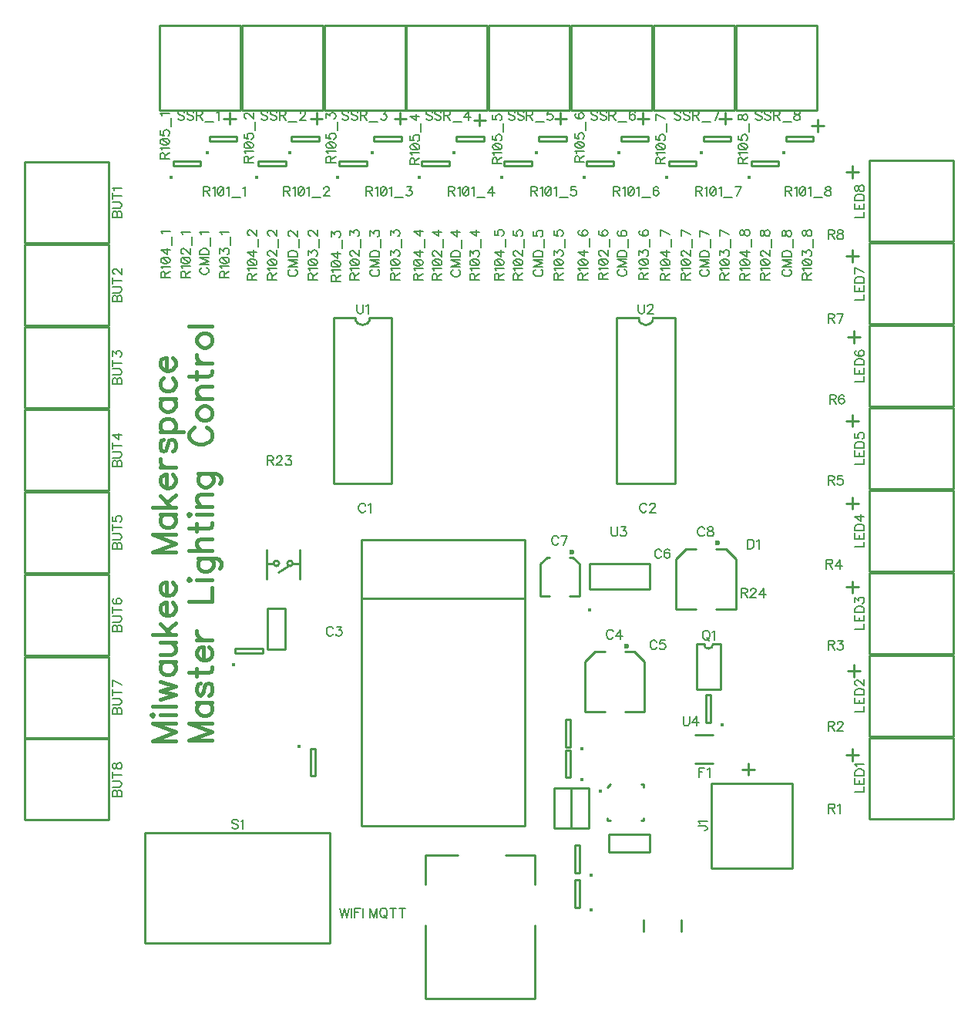
<source format=gto>
G04 DipTrace 3.2.0.1*
G04 TopSilk.gbr*
%MOIN*%
G04 #@! TF.FileFunction,Legend,Top*
G04 #@! TF.Part,Single*
%ADD10C,0.009843*%
%ADD26C,0.02362*%
%ADD28C,0.023616*%
%ADD33C,0.015403*%
%ADD36C,0.015422*%
%ADD41C,0.015404*%
%ADD43O,0.016152X0.015352*%
%ADD103C,0.006176*%
%ADD104C,0.009264*%
%ADD105C,0.015439*%
%FSLAX26Y26*%
G04*
G70*
G90*
G75*
G01*
G04 TopSilk*
%LPD*%
X-37525Y3037829D2*
D10*
X327477D1*
Y3387829D1*
X-37525D1*
Y3037829D1*
Y2681542D2*
X327477D1*
Y3031542D1*
X-37525D1*
Y2681542D1*
Y2325255D2*
X327477D1*
Y2675255D1*
X-37525D1*
Y2325255D1*
Y1968967D2*
X327477D1*
Y2318967D1*
X-37525D1*
Y1968967D1*
Y1612680D2*
X327477D1*
Y1962680D1*
X-37525D1*
Y1612680D1*
Y1256392D2*
X327477D1*
Y1606392D1*
X-37525D1*
Y1256392D1*
Y900105D2*
X327477D1*
Y1250105D1*
X-37525D1*
Y900105D1*
Y543818D2*
X327477D1*
Y893818D1*
X-37525D1*
Y543818D1*
X2645131Y1013156D2*
X2558526D1*
X2645131D2*
Y1229664D1*
X2601815Y1272959D2*
X2645131Y1229664D1*
X2601815Y1272959D2*
X2558526D1*
X2471894Y1013156D2*
X2385289D1*
Y1229664D1*
X2428604Y1272959D2*
X2385289Y1229664D1*
X2471894Y1272959D2*
X2428604D1*
D26*
X2566386Y1296614D3*
X2362331Y1511106D2*
D10*
X2320990D1*
X2362331D2*
Y1650843D1*
X2332806Y1680382D2*
X2362331Y1650843D1*
X2332806Y1680382D2*
X2320990D1*
X2234380Y1511106D2*
X2193039D1*
Y1650843D1*
X2222564Y1680382D2*
X2193039Y1650843D1*
X2234380Y1680382D2*
X2222564D1*
D28*
X2328870Y1702044D3*
X3038923Y1456953D2*
D10*
X2952317D1*
X3038923D2*
Y1673461D1*
X2995607Y1716756D2*
X3038923Y1673461D1*
X2995607Y1716756D2*
X2952317D1*
X2865686Y1456953D2*
X2779080D1*
Y1673461D1*
X2822396Y1716756D2*
X2779080Y1673461D1*
X2865686Y1716756D2*
X2822396D1*
D26*
X2960177Y1740410D3*
X2864702Y787096D2*
D10*
X2939700D1*
X2864702Y913083D2*
X2939700D1*
X3283756Y335499D2*
X2933756D1*
Y700501D1*
X3283756D1*
Y335499D1*
X3980331Y900084D2*
X3615328D1*
Y550084D1*
X3980331D1*
Y900084D1*
Y1256371D2*
X3615328D1*
Y906371D1*
X3980331D1*
Y1256371D1*
Y1612659D2*
X3615328D1*
Y1262659D1*
X3980331D1*
Y1612659D1*
Y1968946D2*
X3615328D1*
Y1618946D1*
X3980331D1*
Y1968946D1*
Y2325234D2*
X3615328D1*
Y1975234D1*
X3980331D1*
Y2325234D1*
Y2681521D2*
X3615328D1*
Y2331521D1*
X3980331D1*
Y2681521D1*
Y3037808D2*
X3615328D1*
Y2687808D1*
X3980331D1*
Y3037808D1*
Y3394096D2*
X3615328D1*
Y3044096D1*
X3980331D1*
Y3394096D1*
X2870352Y1304812D2*
Y1107957D1*
X2972729Y1304812D2*
Y1107957D1*
X2870352D2*
X2972729D1*
X2901846Y1304812D2*
X2870352D1*
X2941235D2*
X2972729D1*
X2901846D2*
G03X2941235Y1304812I19694J9D01*
G01*
X483752Y487509D2*
X1283752D1*
Y12509D1*
X483752D1*
Y487509D1*
X1299132Y2714780D2*
Y1998283D1*
X1551099Y2714780D2*
Y1998283D1*
X1299132D2*
X1551099D1*
X1299132Y2714780D2*
X1393608D1*
X1456623D2*
X1551099D1*
X1393608D2*
G03X1456623Y2714780I31507J53D01*
G01*
X2524261D2*
Y1998283D1*
X2776228Y2714780D2*
Y1998283D1*
X2524261D2*
X2776228D1*
X2524261Y2714780D2*
X2618737D1*
X2681751D2*
X2776228D1*
X2618737D2*
G03X2681751Y2714780I31507J53D01*
G01*
D33*
X2408124Y1451211D3*
X2407084Y1540461D2*
D10*
X2666914D1*
X2407084Y1650697D2*
X2666914D1*
Y1540461D2*
Y1650697D1*
X2407084Y1540461D2*
Y1650697D1*
D36*
X2979966Y956755D3*
X2929824Y965955D2*
D10*
Y1084060D1*
X2910139D1*
Y965955D1*
X2929824D1*
X2491324Y481356D2*
X2666600D1*
Y406238D1*
X2491324D1*
Y481356D1*
X2802617Y113080D2*
Y61938D1*
X2640100Y113080D2*
Y61938D1*
X1008802Y1586545D2*
Y1712497D1*
X1154471Y1586545D2*
Y1712497D1*
X1008802Y1653449D2*
X1040298D1*
X1150534D2*
X1126912D1*
X1099353D2*
G02X1099353Y1653449I11811J0D01*
G01*
X1040298D2*
G02X1040298Y1653449I11811J0D01*
G01*
X1103290Y1641632D2*
X1059983Y1614071D1*
X1014997Y1282501D2*
X1090115D1*
Y1457777D1*
X1014997D1*
Y1282501D1*
D41*
X865441Y1216670D3*
X874642Y1266812D2*
D10*
X992747D1*
Y1286497D1*
X874642D1*
Y1266812D1*
D36*
X2373652Y850494D3*
X2323511Y859694D2*
D10*
Y977799D1*
X2303825D1*
Y859694D1*
X2323511D1*
D36*
X2373652Y719230D3*
X2323511Y728431D2*
D10*
Y846535D1*
X2303825D1*
Y728431D1*
X2323511D1*
D36*
X1150359Y862186D3*
X1200501Y852985D2*
D10*
Y734881D1*
X1220186D1*
Y852985D1*
X1200501D1*
X2483899Y686534D2*
X2495692Y698353D1*
X2483899Y540862D2*
X2495692D1*
X2483899D2*
Y552681D1*
X2641441Y540862D2*
Y552681D1*
Y540862D2*
X2629605D1*
X2641441Y698353D2*
Y686534D1*
Y698353D2*
X2629605D1*
D43*
X2452599Y668623D3*
D36*
X2414198Y156875D3*
X2364057Y166076D2*
D10*
Y284181D1*
X2344371D1*
Y166076D1*
X2364057D1*
X1698471Y390491D2*
X1836251D1*
X1698471Y-227619D2*
Y89673D1*
Y264482D2*
Y390491D1*
X2170912D2*
Y264482D1*
Y89673D2*
Y-227619D1*
X1698471D1*
X2170912Y390491D2*
X2044940D1*
X1419749Y1755369D2*
X2128399D1*
Y519148D1*
X1419749D1*
Y1755369D1*
X2128399D1*
Y1503427D1*
X1419749D1*
Y1755369D1*
X2252627Y507420D2*
X2327745D1*
Y682696D1*
X2252627D1*
Y507420D1*
X2327635D2*
X2402753D1*
Y682696D1*
X2327635D1*
Y507420D1*
D36*
X2414198Y306891D3*
X2364057Y316092D2*
D10*
Y434197D1*
X2344371D1*
Y316092D1*
X2364057D1*
D41*
X752929Y3429403D3*
X762130Y3479545D2*
D10*
X880235D1*
Y3499230D1*
X762130D1*
Y3479545D1*
D41*
X596663Y3323141D3*
X605864Y3373283D2*
D10*
X723969D1*
Y3392969D1*
X605864D1*
Y3373283D1*
X546264Y3977885D2*
X896264D1*
Y3612882D1*
X546264D1*
Y3977885D1*
D41*
X1109217Y3429403D3*
X1118417Y3479545D2*
D10*
X1236522D1*
Y3499230D1*
X1118417D1*
Y3479545D1*
D41*
X965452Y3323141D3*
X974652Y3373283D2*
D10*
X1092757D1*
Y3392969D1*
X974652D1*
Y3373283D1*
X902551Y3977885D2*
X1252551D1*
Y3612882D1*
X902551D1*
Y3977885D1*
D41*
X1465504Y3429403D3*
X1474705Y3479545D2*
D10*
X1592810D1*
Y3499230D1*
X1474705D1*
Y3479545D1*
D41*
X1315488Y3323141D3*
X1324689Y3373283D2*
D10*
X1442794D1*
Y3392969D1*
X1324689D1*
Y3373283D1*
X1258839Y3977885D2*
X1608839D1*
Y3612882D1*
X1258839D1*
Y3977885D1*
D41*
X1821791Y3429403D3*
X1830992Y3479545D2*
D10*
X1949097D1*
Y3499230D1*
X1830992D1*
Y3479545D1*
D41*
X1671776Y3323141D3*
X1680976Y3373283D2*
D10*
X1799081D1*
Y3392969D1*
X1680976D1*
Y3373283D1*
X1615126Y3977885D2*
X1965126D1*
Y3612882D1*
X1615126D1*
Y3977885D1*
D41*
X2178079Y3429403D3*
X2187280Y3479545D2*
D10*
X2305385D1*
Y3499230D1*
X2187280D1*
Y3479545D1*
D41*
X2028063Y3323141D3*
X2037264Y3373283D2*
D10*
X2155369D1*
Y3392969D1*
X2037264D1*
Y3373283D1*
X1971413Y3977885D2*
X2321413D1*
Y3612882D1*
X1971413D1*
Y3977885D1*
D41*
X2534366Y3429403D3*
X2543567Y3479545D2*
D10*
X2661672D1*
Y3499230D1*
X2543567D1*
Y3479545D1*
D41*
X2384350Y3323141D3*
X2393551Y3373283D2*
D10*
X2511656D1*
Y3392969D1*
X2393551D1*
Y3373283D1*
X2327701Y3977885D2*
X2677701D1*
Y3612882D1*
X2327701D1*
Y3977885D1*
D41*
X2890654Y3429403D3*
X2899854Y3479545D2*
D10*
X3017959D1*
Y3499230D1*
X2899854D1*
Y3479545D1*
D41*
X2740638Y3323141D3*
X2749839Y3373283D2*
D10*
X2867944D1*
Y3392969D1*
X2749839D1*
Y3373283D1*
X2683988Y3977885D2*
X3033988D1*
Y3612882D1*
X2683988D1*
Y3977885D1*
D41*
X3246941Y3429403D3*
X3256142Y3479545D2*
D10*
X3374247D1*
Y3499230D1*
X3256142D1*
Y3479545D1*
D41*
X3096925Y3323141D3*
X3106126Y3373283D2*
D10*
X3224231D1*
Y3392969D1*
X3106126D1*
Y3373283D1*
X3040276Y3977885D2*
X3390276D1*
Y3612882D1*
X3040276D1*
Y3977885D1*
X343543Y3149313D2*
D103*
X383735D1*
Y3166557D1*
X381790Y3172305D1*
X379889Y3174206D1*
X376086Y3176108D1*
X370338D1*
X366491Y3174206D1*
X364590Y3172305D1*
X362689Y3166557D1*
X360743Y3172305D1*
X358842Y3174206D1*
X355039Y3176108D1*
X351193D1*
X347390Y3174206D1*
X345445Y3172305D1*
X343543Y3166557D1*
Y3149313D1*
X362689D2*
Y3166557D1*
X343543Y3188459D2*
X372239D1*
X377987Y3190360D1*
X381790Y3194207D1*
X383735Y3199955D1*
Y3203758D1*
X381790Y3209506D1*
X377987Y3213352D1*
X372239Y3215254D1*
X343543D1*
Y3241002D2*
X383735D1*
X343543Y3227605D2*
Y3254400D1*
X351237Y3266751D2*
X349291Y3270598D1*
X343588Y3276346D1*
X383735D1*
X343543Y2784426D2*
X383735D1*
Y2801670D1*
X381790Y2807418D1*
X379889Y2809319D1*
X376086Y2811220D1*
X370338D1*
X366491Y2809319D1*
X364590Y2807418D1*
X362689Y2801670D1*
X360743Y2807418D1*
X358842Y2809319D1*
X355039Y2811220D1*
X351193D1*
X347390Y2809319D1*
X345445Y2807418D1*
X343543Y2801670D1*
Y2784426D1*
X362689D2*
Y2801670D1*
X343543Y2823572D2*
X372239D1*
X377987Y2825473D1*
X381790Y2829320D1*
X383735Y2835068D1*
Y2838870D1*
X381790Y2844618D1*
X377987Y2848465D1*
X372239Y2850366D1*
X343543D1*
Y2876115D2*
X383735D1*
X343543Y2862718D2*
Y2889512D1*
X353138Y2903809D2*
X351237D1*
X347390Y2905711D1*
X345489Y2907612D1*
X343588Y2911459D1*
Y2919108D1*
X345489Y2922910D1*
X347390Y2924812D1*
X351237Y2926757D1*
X355039D1*
X358886Y2924812D1*
X364590Y2921009D1*
X383735Y2901864D1*
Y2928658D1*
X343543Y2428138D2*
X383735D1*
Y2445382D1*
X381790Y2451130D1*
X379889Y2453032D1*
X376086Y2454933D1*
X370338D1*
X366491Y2453032D1*
X364590Y2451130D1*
X362689Y2445382D1*
X360743Y2451130D1*
X358842Y2453032D1*
X355039Y2454933D1*
X351193D1*
X347390Y2453032D1*
X345445Y2451130D1*
X343543Y2445382D1*
Y2428138D1*
X362689D2*
Y2445382D1*
X343543Y2467284D2*
X372239D1*
X377987Y2469186D1*
X381790Y2473032D1*
X383735Y2478780D1*
Y2482583D1*
X381790Y2488331D1*
X377987Y2492178D1*
X372239Y2494079D1*
X343543D1*
Y2519828D2*
X383735D1*
X343543Y2506430D2*
Y2533225D1*
X343588Y2549423D2*
Y2570426D1*
X358886Y2558974D1*
Y2564722D1*
X360787Y2568524D1*
X362689Y2570426D1*
X368437Y2572371D1*
X372239D1*
X377987Y2570426D1*
X381834Y2566623D1*
X383735Y2560875D1*
Y2555127D1*
X381834Y2549423D1*
X379889Y2547522D1*
X376086Y2545576D1*
X343543Y2070900D2*
X383735D1*
Y2088144D1*
X381790Y2093892D1*
X379889Y2095794D1*
X376086Y2097695D1*
X370338D1*
X366491Y2095794D1*
X364590Y2093892D1*
X362689Y2088144D1*
X360743Y2093892D1*
X358842Y2095794D1*
X355039Y2097695D1*
X351193D1*
X347390Y2095794D1*
X345445Y2093892D1*
X343543Y2088144D1*
Y2070900D1*
X362689D2*
Y2088144D1*
X343543Y2110046D2*
X372239D1*
X377987Y2111947D1*
X381790Y2115794D1*
X383735Y2121542D1*
Y2125345D1*
X381790Y2131093D1*
X377987Y2134940D1*
X372239Y2136841D1*
X343543D1*
Y2162590D2*
X383735D1*
X343543Y2149192D2*
Y2175987D1*
X383735Y2207484D2*
X343588D1*
X370338Y2188338D1*
Y2217034D1*
X343543Y1715563D2*
X383735D1*
Y1732808D1*
X381790Y1738556D1*
X379889Y1740457D1*
X376086Y1742358D1*
X370338D1*
X366491Y1740457D1*
X364590Y1738556D1*
X362689Y1732808D1*
X360743Y1738556D1*
X358842Y1740457D1*
X355039Y1742358D1*
X351193D1*
X347390Y1740457D1*
X345445Y1738556D1*
X343543Y1732808D1*
Y1715563D1*
X362689D2*
Y1732808D1*
X343543Y1754710D2*
X372239Y1754709D1*
X377987Y1756611D1*
X381790Y1760457D1*
X383735Y1766205D1*
Y1770008D1*
X381790Y1775756D1*
X377987Y1779603D1*
X372239Y1781504D1*
X343543D1*
Y1807253D2*
X383735D1*
X343543Y1793856D2*
Y1820650D1*
X343588Y1855949D2*
Y1836848D1*
X360787Y1834947D1*
X358886Y1836848D1*
X356941Y1842596D1*
Y1848300D1*
X358886Y1854048D1*
X362689Y1857895D1*
X368437Y1859796D1*
X372239D1*
X377987Y1857895D1*
X381834Y1854048D1*
X383735Y1848300D1*
Y1842596D1*
X381834Y1836848D1*
X379889Y1834947D1*
X376086Y1833002D1*
X343543Y1360249D2*
X383735D1*
Y1377493D1*
X381790Y1383241D1*
X379889Y1385142D1*
X376086Y1387043D1*
X370338D1*
X366491Y1385142D1*
X364590Y1383241D1*
X362689Y1377493D1*
X360743Y1383241D1*
X358842Y1385142D1*
X355039Y1387043D1*
X351193D1*
X347390Y1385142D1*
X345445Y1383241D1*
X343543Y1377493D1*
Y1360249D1*
X362689D2*
Y1377493D1*
X343543Y1399395D2*
X372239D1*
X377987Y1401296D1*
X381790Y1405143D1*
X383735Y1410891D1*
Y1414693D1*
X381790Y1420441D1*
X377987Y1424288D1*
X372239Y1426189D1*
X343543D1*
Y1451938D2*
X383735D1*
X343543Y1438541D2*
Y1465336D1*
X349291Y1500635D2*
X345489Y1498734D1*
X343588Y1492986D1*
Y1489183D1*
X345489Y1483435D1*
X351237Y1479588D1*
X360787Y1477687D1*
X370338D1*
X377987Y1479588D1*
X381834Y1483435D1*
X383735Y1489183D1*
Y1491084D1*
X381834Y1496788D1*
X377987Y1500635D1*
X372239Y1502536D1*
X370338D1*
X364590Y1500635D1*
X360787Y1496788D1*
X358886Y1491084D1*
Y1489183D1*
X360787Y1483435D1*
X364590Y1479588D1*
X370338Y1477687D1*
X343543Y1002989D2*
X383735D1*
Y1020233D1*
X381790Y1025981D1*
X379889Y1027882D1*
X376086Y1029783D1*
X370338D1*
X366491Y1027882D1*
X364590Y1025981D1*
X362689Y1020233D1*
X360743Y1025981D1*
X358842Y1027882D1*
X355039Y1029783D1*
X351193D1*
X347390Y1027882D1*
X345445Y1025981D1*
X343543Y1020233D1*
Y1002989D1*
X362689D2*
Y1020233D1*
X343543Y1042135D2*
X372239D1*
X377987Y1044036D1*
X381790Y1047883D1*
X383735Y1053631D1*
Y1057433D1*
X381790Y1063181D1*
X377987Y1067028D1*
X372239Y1068929D1*
X343543D1*
Y1094678D2*
X383735D1*
X343543Y1081281D2*
Y1108075D1*
X383735Y1128076D2*
X343588Y1147221D1*
Y1120427D1*
X343543Y646723D2*
X383735D1*
Y663967D1*
X381790Y669715D1*
X379889Y671617D1*
X376086Y673518D1*
X370338D1*
X366491Y671617D1*
X364590Y669715D1*
X362689Y663967D1*
X360743Y669715D1*
X358842Y671617D1*
X355039Y673518D1*
X351193D1*
X347390Y671617D1*
X345445Y669715D1*
X343543Y663967D1*
Y646723D1*
X362689D2*
Y663967D1*
X343543Y685869D2*
X372239D1*
X377987Y687771D1*
X381790Y691617D1*
X383735Y697365D1*
Y701168D1*
X381790Y706916D1*
X377987Y710763D1*
X372239Y712664D1*
X343543D1*
Y738413D2*
X383735D1*
X343543Y725015D2*
Y751810D1*
X343588Y773712D2*
X345489Y768008D1*
X349291Y766063D1*
X353138D1*
X356941Y768008D1*
X358886Y771811D1*
X360787Y779460D1*
X362689Y785208D1*
X366535Y789011D1*
X370338Y790912D1*
X376086D1*
X379889Y789011D1*
X381834Y787109D1*
X383735Y781361D1*
Y773712D1*
X381834Y768008D1*
X379889Y766063D1*
X376086Y764161D1*
X370338D1*
X366535Y766063D1*
X362689Y769910D1*
X360787Y775613D1*
X358886Y783263D1*
X356941Y787109D1*
X353138Y789011D1*
X349291D1*
X345489Y787109D1*
X343588Y781361D1*
Y773712D1*
X1437131Y1903355D2*
X1435230Y1907157D1*
X1431383Y1911004D1*
X1427580Y1912905D1*
X1419931D1*
X1416084Y1911004D1*
X1412282Y1907157D1*
X1410336Y1903355D1*
X1408435Y1897607D1*
Y1888012D1*
X1410336Y1882308D1*
X1412282Y1878462D1*
X1416084Y1874659D1*
X1419931Y1872713D1*
X1427580D1*
X1431383Y1874659D1*
X1435230Y1878462D1*
X1437131Y1882308D1*
X1449482Y1905212D2*
X1453329Y1907157D1*
X1459077Y1912861D1*
Y1872713D1*
X2653648Y1903810D2*
X2651746Y1907613D1*
X2647900Y1911460D1*
X2644097Y1913361D1*
X2636448D1*
X2632601Y1911460D1*
X2628798Y1907613D1*
X2626853Y1903810D1*
X2624952Y1898062D1*
Y1888467D1*
X2626853Y1882764D1*
X2628798Y1878917D1*
X2632601Y1875114D1*
X2636448Y1873169D1*
X2644097D1*
X2647900Y1875114D1*
X2651746Y1878917D1*
X2653648Y1882764D1*
X2667945Y1903766D2*
Y1905667D1*
X2669846Y1909514D1*
X2671747Y1911415D1*
X2675594Y1913317D1*
X2683243D1*
X2687046Y1911415D1*
X2688947Y1909514D1*
X2690892Y1905667D1*
Y1901865D1*
X2688947Y1898018D1*
X2685144Y1892314D1*
X2665999Y1873169D1*
X2692794D1*
X1297358Y1370396D2*
X1295456Y1374198D1*
X1291610Y1378045D1*
X1287807Y1379946D1*
X1280158D1*
X1276311Y1378045D1*
X1272508Y1374198D1*
X1270563Y1370396D1*
X1268662Y1364648D1*
Y1355053D1*
X1270563Y1349349D1*
X1272508Y1345502D1*
X1276311Y1341700D1*
X1280158Y1339754D1*
X1287807D1*
X1291610Y1341700D1*
X1295456Y1345502D1*
X1297358Y1349349D1*
X1313556Y1379902D2*
X1334558D1*
X1323106Y1364603D1*
X1328854D1*
X1332657Y1362702D1*
X1334558Y1360801D1*
X1336504Y1355053D1*
Y1351250D1*
X1334558Y1345502D1*
X1330756Y1341655D1*
X1325008Y1339754D1*
X1319260D1*
X1313556Y1341655D1*
X1311654Y1343601D1*
X1309709Y1347403D1*
X2509034Y1357445D2*
X2507133Y1361248D1*
X2503286Y1365095D1*
X2499484Y1366996D1*
X2491834D1*
X2487988Y1365095D1*
X2484185Y1361248D1*
X2482240Y1357445D1*
X2480338Y1351697D1*
Y1342102D1*
X2482240Y1336399D1*
X2484185Y1332552D1*
X2487988Y1328749D1*
X2491834Y1326804D1*
X2499484D1*
X2503286Y1328749D1*
X2507133Y1332552D1*
X2509034Y1336399D1*
X2540531Y1326804D2*
Y1366952D1*
X2521386Y1340201D1*
X2550082D1*
X2697505Y1312044D2*
X2695603Y1315846D1*
X2691757Y1319693D1*
X2687954Y1321594D1*
X2680305D1*
X2676458Y1319693D1*
X2672655Y1315846D1*
X2670710Y1312044D1*
X2668809Y1306296D1*
Y1296701D1*
X2670710Y1290997D1*
X2672655Y1287150D1*
X2676458Y1283348D1*
X2680305Y1281402D1*
X2687954D1*
X2691757Y1283348D1*
X2695603Y1287150D1*
X2697505Y1290997D1*
X2732804Y1321550D2*
X2713703D1*
X2711801Y1304350D1*
X2713703Y1306251D1*
X2719451Y1308197D1*
X2725155D1*
X2730903Y1306251D1*
X2734749Y1302449D1*
X2736651Y1296701D1*
Y1292898D1*
X2734749Y1287150D1*
X2730903Y1283303D1*
X2725155Y1281402D1*
X2719451D1*
X2713703Y1283303D1*
X2711801Y1285249D1*
X2709856Y1289052D1*
X2717229Y1705835D2*
X2715328Y1709638D1*
X2711481Y1713484D1*
X2707679Y1715386D1*
X2700029D1*
X2696183Y1713484D1*
X2692380Y1709638D1*
X2690435Y1705835D1*
X2688533Y1700087D1*
Y1690492D1*
X2690435Y1684788D1*
X2692380Y1680942D1*
X2696183Y1677139D1*
X2700029Y1675194D1*
X2707679D1*
X2711481Y1677139D1*
X2715328Y1680942D1*
X2717229Y1684788D1*
X2752529Y1709638D2*
X2750627Y1713440D1*
X2744879Y1715341D1*
X2741077D1*
X2735329Y1713440D1*
X2731482Y1707692D1*
X2729581Y1698141D1*
Y1688591D1*
X2731482Y1680942D1*
X2735329Y1677095D1*
X2741077Y1675194D1*
X2742978D1*
X2748682Y1677095D1*
X2752529Y1680942D1*
X2754430Y1686690D1*
Y1688591D1*
X2752529Y1694339D1*
X2748682Y1698141D1*
X2742978Y1700043D1*
X2741077D1*
X2735329Y1698141D1*
X2731482Y1694339D1*
X2729581Y1688591D1*
X2272460Y1762894D2*
X2270559Y1766697D1*
X2266712Y1770543D1*
X2262909Y1772445D1*
X2255260D1*
X2251413Y1770543D1*
X2247611Y1766697D1*
X2245665Y1762894D1*
X2243764Y1757146D1*
Y1747551D1*
X2245665Y1741847D1*
X2247611Y1738001D1*
X2251413Y1734198D1*
X2255260Y1732253D1*
X2262909D1*
X2266712Y1734198D1*
X2270559Y1738001D1*
X2272460Y1741847D1*
X2292461Y1732253D2*
X2311606Y1772400D1*
X2284811D1*
X2903798Y1801242D2*
X2901897Y1805044D1*
X2898050Y1808891D1*
X2894248Y1810792D1*
X2886598D1*
X2882752Y1808891D1*
X2878949Y1805044D1*
X2877004Y1801242D1*
X2875102Y1795494D1*
Y1785899D1*
X2877004Y1780195D1*
X2878949Y1776348D1*
X2882752Y1772546D1*
X2886598Y1770600D1*
X2894248D1*
X2898050Y1772546D1*
X2901897Y1776348D1*
X2903798Y1780195D1*
X2925700Y1810748D2*
X2919997Y1808847D1*
X2918051Y1805044D1*
Y1801198D1*
X2919997Y1797395D1*
X2923799Y1795450D1*
X2931448Y1793548D1*
X2937196Y1791647D1*
X2940999Y1787800D1*
X2942900Y1783998D1*
Y1778250D1*
X2940999Y1774447D1*
X2939098Y1772502D1*
X2933350Y1770600D1*
X2925700D1*
X2919997Y1772502D1*
X2918051Y1774447D1*
X2916150Y1778250D1*
Y1783998D1*
X2918051Y1787800D1*
X2921898Y1791647D1*
X2927602Y1793548D1*
X2935251Y1795450D1*
X2939098Y1797395D1*
X2940999Y1801198D1*
Y1805044D1*
X2939098Y1808847D1*
X2933350Y1810748D1*
X2925700D1*
X3090800Y1757031D2*
Y1716839D1*
X3104198D1*
X3109946Y1718785D1*
X3113792Y1722587D1*
X3115694Y1726434D1*
X3117595Y1732138D1*
Y1741733D1*
X3115694Y1747481D1*
X3113792Y1751283D1*
X3109946Y1755130D1*
X3104198Y1757031D1*
X3090800D1*
X3129946Y1749338D2*
X3133793Y1751283D1*
X3139541Y1756987D1*
Y1716839D1*
X2903674Y769593D2*
X2878781D1*
Y729401D1*
Y750448D2*
X2894080D1*
X2916026Y761900D2*
X2919873Y763845D1*
X2925621Y769549D1*
Y729401D1*
X1488411Y122922D2*
Y163114D1*
X1473112Y122922D1*
X1457814Y163114D1*
Y122922D1*
X1512258Y163114D2*
X1508456Y161257D1*
X1504609Y157410D1*
X1502708Y153563D1*
X1500762Y147815D1*
Y138265D1*
X1502708Y132517D1*
X1504609Y128714D1*
X1508456Y124867D1*
X1512258Y122966D1*
X1519907D1*
X1523754Y124867D1*
X1527557Y128714D1*
X1529458Y132517D1*
X1531404Y138265D1*
Y147815D1*
X1529458Y153563D1*
X1527557Y157410D1*
X1523754Y161257D1*
X1519907Y163114D1*
X1512258D1*
X1518006Y130615D2*
X1529458Y119119D1*
X1557152Y163114D2*
Y122922D1*
X1543755Y163114D2*
X1570550D1*
X1596298D2*
Y122922D1*
X1582901Y163114D2*
X1609696D1*
X2875177Y517849D2*
X2905775D1*
X2911523Y515948D1*
X2913424Y514002D1*
X2915370Y510200D1*
Y506353D1*
X2913424Y502550D1*
X2911523Y500649D1*
X2905775Y498704D1*
X2901972D1*
X2882871Y530200D2*
X2880926Y534047D1*
X2875222Y539795D1*
X2915369D1*
X3554251Y664464D2*
X3594443D1*
Y687412D1*
X3554251Y724612D2*
Y699763D1*
X3594443D1*
Y724612D1*
X3573396Y699763D2*
Y715062D1*
X3554251Y736964D2*
X3594443D1*
Y750361D1*
X3592497Y756109D1*
X3588695Y759956D1*
X3584848Y761857D1*
X3579144Y763758D1*
X3569550D1*
X3563802Y761857D1*
X3559999Y759956D1*
X3556152Y756109D1*
X3554251Y750361D1*
Y736964D1*
X3561945Y776110D2*
X3559999Y779956D1*
X3554295Y785704D1*
X3594443D1*
X3554251Y1012151D2*
X3594443D1*
Y1035099D1*
X3554251Y1072300D2*
Y1047450D1*
X3594443D1*
Y1072300D1*
X3573396Y1047450D2*
Y1062749D1*
X3554251Y1084651D2*
X3594443D1*
Y1098048D1*
X3592497Y1103796D1*
X3588695Y1107643D1*
X3584848Y1109544D1*
X3579144Y1111446D1*
X3569550D1*
X3563802Y1109544D1*
X3559999Y1107643D1*
X3556152Y1103796D1*
X3554251Y1098048D1*
Y1084651D1*
X3563846Y1125743D2*
X3561945D1*
X3558098Y1127644D1*
X3556196Y1129545D1*
X3554295Y1133392D1*
Y1141041D1*
X3556196Y1144844D1*
X3558098Y1146745D1*
X3561944Y1148690D1*
X3565747D1*
X3569594Y1146745D1*
X3575298Y1142942D1*
X3594443Y1123797D1*
Y1150592D1*
X3554251Y1368439D2*
X3594443D1*
Y1391386D1*
X3554251Y1428587D2*
Y1403738D1*
X3594443D1*
Y1428587D1*
X3573396Y1403738D2*
Y1419036D1*
X3554251Y1440938D2*
X3594443D1*
Y1454336D1*
X3592497Y1460084D1*
X3588695Y1463930D1*
X3584848Y1465832D1*
X3579144Y1467733D1*
X3569550D1*
X3563802Y1465832D1*
X3559999Y1463931D1*
X3556152Y1460084D1*
X3554251Y1454336D1*
Y1440938D1*
X3554295Y1483931D2*
Y1504934D1*
X3569594Y1493482D1*
Y1499230D1*
X3571495Y1503032D1*
X3573396Y1504934D1*
X3579144Y1506879D1*
X3582947D1*
X3588695Y1504934D1*
X3592542Y1501131D1*
X3594443Y1495383D1*
Y1489635D1*
X3592542Y1483931D1*
X3590596Y1482030D1*
X3586794Y1480084D1*
X3554251Y1723775D2*
X3594443D1*
Y1746723D1*
X3554251Y1783924D2*
Y1759075D1*
X3594443D1*
Y1783924D1*
X3573396Y1759075D2*
Y1774373D1*
X3554251Y1796275D2*
X3594443D1*
Y1809672D1*
X3592497Y1815421D1*
X3588695Y1819267D1*
X3584848Y1821169D1*
X3579144Y1823070D1*
X3569550D1*
X3563802Y1821169D1*
X3559999Y1819267D1*
X3556152Y1815421D1*
X3554251Y1809673D1*
Y1796275D1*
X3594443Y1854567D2*
X3554295D1*
X3581046Y1835421D1*
Y1864117D1*
X3554251Y2081013D2*
X3594443D1*
Y2103961D1*
X3554251Y2141162D2*
Y2116313D1*
X3594443D1*
Y2141162D1*
X3573396Y2116313D2*
Y2131611D1*
X3554251Y2153513D2*
X3594443D1*
Y2166911D1*
X3592497Y2172659D1*
X3588695Y2176505D1*
X3584848Y2178407D1*
X3579144Y2180308D1*
X3569550D1*
X3563802Y2178407D1*
X3559999Y2176505D1*
X3556152Y2172659D1*
X3554251Y2166911D1*
Y2153513D1*
X3554295Y2215607D2*
Y2196506D1*
X3571495Y2194605D1*
X3569594Y2196506D1*
X3567648Y2202254D1*
Y2207958D1*
X3569594Y2213706D1*
X3573396Y2217553D1*
X3579144Y2219454D1*
X3582947D1*
X3588695Y2217553D1*
X3592542Y2213706D1*
X3594443Y2207958D1*
Y2202254D1*
X3592542Y2196506D1*
X3590596Y2194605D1*
X3586794Y2192659D1*
X3554251Y2438274D2*
X3594443D1*
Y2461221D1*
X3554251Y2498422D2*
Y2473573D1*
X3594443D1*
Y2498422D1*
X3573396Y2473573D2*
Y2488871D1*
X3554251Y2510773D2*
X3594443D1*
Y2524171D1*
X3592497Y2529919D1*
X3588695Y2533765D1*
X3584848Y2535667D1*
X3579144Y2537568D1*
X3569550D1*
X3563802Y2535667D1*
X3559999Y2533765D1*
X3556152Y2529919D1*
X3554251Y2524171D1*
Y2510773D1*
X3559999Y2572867D2*
X3556196Y2570966D1*
X3554295Y2565218D1*
Y2561415D1*
X3556196Y2555667D1*
X3561945Y2551821D1*
X3571495Y2549919D1*
X3581046D1*
X3588695Y2551821D1*
X3592542Y2555667D1*
X3594443Y2561415D1*
Y2563317D1*
X3592542Y2569021D1*
X3588695Y2572867D1*
X3582947Y2574769D1*
X3581046D1*
X3575298Y2572867D1*
X3571495Y2569021D1*
X3569594Y2563317D1*
Y2561415D1*
X3571495Y2555667D1*
X3575298Y2551821D1*
X3581046Y2549919D1*
X3554251Y2793588D2*
X3594443D1*
Y2816536D1*
X3554251Y2853737D2*
Y2828887D1*
X3594443D1*
Y2853737D1*
X3573396Y2828887D2*
Y2844186D1*
X3554251Y2866088D2*
X3594443D1*
Y2879485D1*
X3592497Y2885233D1*
X3588695Y2889080D1*
X3584848Y2890981D1*
X3579144Y2892883D1*
X3569550D1*
X3563802Y2890981D1*
X3559999Y2889080D1*
X3556152Y2885233D1*
X3554251Y2879485D1*
Y2866088D1*
X3594443Y2912883D2*
X3554295Y2932029D1*
Y2905234D1*
X3554251Y3149898D2*
X3594443D1*
Y3172846D1*
X3554251Y3210046D2*
Y3185197D1*
X3594443D1*
Y3210046D1*
X3573396Y3185197D2*
Y3200496D1*
X3554251Y3222398D2*
X3594443Y3222397D1*
Y3235795D1*
X3592497Y3241543D1*
X3588695Y3245390D1*
X3584848Y3247291D1*
X3579144Y3249192D1*
X3569550D1*
X3563802Y3247291D1*
X3559999Y3245390D1*
X3556152Y3241543D1*
X3554251Y3235795D1*
Y3222398D1*
X3554295Y3271094D2*
X3556196Y3265390D1*
X3559999Y3263445D1*
X3563846D1*
X3567648Y3265390D1*
X3569594Y3269193D1*
X3571495Y3276842D1*
X3573396Y3282590D1*
X3577243Y3286393D1*
X3581046Y3288294D1*
X3586794D1*
X3590596Y3286393D1*
X3592542Y3284491D1*
X3594443Y3278743D1*
Y3271094D1*
X3592542Y3265390D1*
X3590596Y3263445D1*
X3586794Y3261544D1*
X3581046D1*
X3577243Y3263445D1*
X3573396Y3267292D1*
X3571495Y3272995D1*
X3569594Y3280645D1*
X3567648Y3284491D1*
X3563846Y3286393D1*
X3559999D1*
X3556196Y3284491D1*
X3554295Y3278743D1*
Y3271094D1*
X2906743Y1363390D2*
X2902940Y1361533D1*
X2899094Y1357686D1*
X2897192Y1353840D1*
X2895247Y1348092D1*
Y1338541D1*
X2897192Y1332793D1*
X2899094Y1328990D1*
X2902940Y1325144D1*
X2906743Y1323242D1*
X2914392D1*
X2918239Y1325144D1*
X2922042Y1328990D1*
X2923943Y1332793D1*
X2925888Y1338541D1*
Y1348092D1*
X2923943Y1353840D1*
X2922042Y1357686D1*
X2918239Y1361533D1*
X2914392Y1363390D1*
X2906743D1*
X2912491Y1330892D2*
X2923943Y1319396D1*
X2938240Y1355697D2*
X2942086Y1357642D1*
X2947834Y1363346D1*
Y1323198D1*
X3441042Y594079D2*
X3458242D1*
X3463990Y596025D1*
X3465935Y597926D1*
X3467836Y601728D1*
Y605575D1*
X3465935Y609378D1*
X3463990Y611323D1*
X3458242Y613224D1*
X3441042D1*
Y573032D1*
X3454439Y594079D2*
X3467836Y573032D1*
X3480188Y605531D2*
X3484034Y607476D1*
X3489783Y613180D1*
Y573032D1*
X3438692Y950366D2*
X3455892D1*
X3461640Y952312D1*
X3463586Y954213D1*
X3465487Y958016D1*
Y961862D1*
X3463586Y965665D1*
X3461640Y967611D1*
X3455892Y969512D1*
X3438692D1*
Y929320D1*
X3452090Y950366D2*
X3465487Y929320D1*
X3479784Y959917D2*
Y961818D1*
X3481685Y965665D1*
X3483586Y967566D1*
X3487433Y969468D1*
X3495083D1*
X3498885Y967566D1*
X3500786Y965665D1*
X3502732Y961818D1*
Y958016D1*
X3500786Y954169D1*
X3496984Y948465D1*
X3477838Y929320D1*
X3504633D1*
X3438692Y1300403D2*
X3455892D1*
X3461640Y1302349D1*
X3463586Y1304250D1*
X3465487Y1308052D1*
Y1311899D1*
X3463586Y1315702D1*
X3461640Y1317647D1*
X3455892Y1319549D1*
X3438692D1*
Y1279357D1*
X3452090Y1300403D2*
X3465487Y1279357D1*
X3481685Y1319504D2*
X3502688D1*
X3491236Y1304206D1*
X3496984D1*
X3500786Y1302304D1*
X3502688Y1300403D1*
X3504633Y1294655D1*
Y1290853D1*
X3502688Y1285105D1*
X3498885Y1281258D1*
X3493137Y1279357D1*
X3487389D1*
X3481685Y1281258D1*
X3479784Y1283203D1*
X3477838Y1287006D1*
X3431491Y1650440D2*
X3448691D1*
X3454439Y1652385D1*
X3456384Y1654287D1*
X3458286Y1658089D1*
Y1661936D1*
X3456384Y1665739D1*
X3454439Y1667684D1*
X3448691Y1669585D1*
X3431491D1*
Y1629393D1*
X3444888Y1650440D2*
X3458286Y1629393D1*
X3489783D2*
Y1669541D1*
X3470637Y1642791D1*
X3499333D1*
X3438692Y2012978D2*
X3455892D1*
X3461640Y2014923D1*
X3463586Y2016825D1*
X3465487Y2020627D1*
Y2024474D1*
X3463586Y2028277D1*
X3461640Y2030222D1*
X3455892Y2032123D1*
X3438692D1*
Y1991931D1*
X3452090Y2012978D2*
X3465487Y1991931D1*
X3500786Y2032079D2*
X3481685D1*
X3479784Y2014879D1*
X3481685Y2016781D1*
X3487433Y2018726D1*
X3493137D1*
X3498885Y2016781D1*
X3502732Y2012978D1*
X3504633Y2007230D1*
Y2003427D1*
X3502732Y1997679D1*
X3498885Y1993833D1*
X3493137Y1991931D1*
X3487433D1*
X3481685Y1993833D1*
X3479784Y1995778D1*
X3477838Y1999581D1*
X3445916Y2363015D2*
X3463116D1*
X3468864Y2364960D1*
X3470809Y2366861D1*
X3472710Y2370664D1*
Y2374511D1*
X3470809Y2378313D1*
X3468864Y2380259D1*
X3463116Y2382160D1*
X3445916D1*
Y2341968D1*
X3459313Y2363015D2*
X3472710Y2341968D1*
X3508010Y2376412D2*
X3506108Y2380215D1*
X3500360Y2382116D1*
X3496558D1*
X3490810Y2380215D1*
X3486963Y2374467D1*
X3485062Y2364916D1*
Y2355365D1*
X3486963Y2347716D1*
X3490810Y2343869D1*
X3496558Y2341968D1*
X3498459D1*
X3504163Y2343869D1*
X3508010Y2347716D1*
X3509911Y2353464D1*
Y2355365D1*
X3508010Y2361113D1*
X3504163Y2364916D1*
X3498459Y2366817D1*
X3496558D1*
X3490810Y2364916D1*
X3486963Y2361113D1*
X3485062Y2355365D1*
X3438692Y2713051D2*
X3455892D1*
X3461640Y2714997D1*
X3463586Y2716898D1*
X3465487Y2720701D1*
Y2724548D1*
X3463586Y2728350D1*
X3461640Y2730296D1*
X3455892Y2732197D1*
X3438692D1*
Y2692005D1*
X3452090Y2713051D2*
X3465487Y2692005D1*
X3485488D2*
X3504633Y2732153D1*
X3477838D1*
X3438714Y3075590D2*
X3455914D1*
X3461662Y3077535D1*
X3463608Y3079436D1*
X3465509Y3083239D1*
Y3087086D1*
X3463608Y3090888D1*
X3461662Y3092834D1*
X3455914Y3094735D1*
X3438714D1*
Y3054543D1*
X3452112Y3075590D2*
X3465509Y3054543D1*
X3487411Y3094691D2*
X3481707Y3092789D1*
X3479762Y3088987D1*
Y3085140D1*
X3481707Y3081338D1*
X3485510Y3079392D1*
X3493159Y3077491D1*
X3498907Y3075590D1*
X3502710Y3071743D1*
X3504611Y3067940D1*
Y3062192D1*
X3502710Y3058390D1*
X3500808Y3056444D1*
X3495060Y3054543D1*
X3487411D1*
X3481707Y3056444D1*
X3479762Y3058390D1*
X3477861Y3062192D1*
Y3067940D1*
X3479762Y3071743D1*
X3483609Y3075590D1*
X3489312Y3077491D1*
X3496962Y3079392D1*
X3500808Y3081338D1*
X3502710Y3085140D1*
Y3088987D1*
X3500808Y3092789D1*
X3495060Y3094691D1*
X3487411D1*
X1327369Y163114D2*
X1336964Y122922D1*
X1346514Y163114D1*
X1356065Y122922D1*
X1365660Y163114D1*
X1378011D2*
Y122922D1*
X1415256Y163114D2*
X1390363D1*
Y122922D1*
Y143969D2*
X1405661D1*
X1427607Y163114D2*
Y122922D1*
X1012514Y2098378D2*
X1029714D1*
X1035462Y2100324D1*
X1037408Y2102225D1*
X1039309Y2106028D1*
Y2109874D1*
X1037408Y2113677D1*
X1035462Y2115622D1*
X1029714Y2117524D1*
X1012514D1*
Y2077332D1*
X1025912Y2098378D2*
X1039309Y2077332D1*
X1053606Y2107929D2*
Y2109830D1*
X1055507Y2113677D1*
X1057408Y2115578D1*
X1061255Y2117479D1*
X1068905D1*
X1072707Y2115578D1*
X1074608Y2113677D1*
X1076554Y2109830D1*
Y2106028D1*
X1074608Y2102181D1*
X1070806Y2096477D1*
X1051660Y2077332D1*
X1078455D1*
X1094653Y2117479D2*
X1115656D1*
X1104204Y2102181D1*
X1109952D1*
X1113754Y2100280D1*
X1115656Y2098378D1*
X1117601Y2092630D1*
Y2088828D1*
X1115656Y2083080D1*
X1111853Y2079233D1*
X1106105Y2077332D1*
X1100357D1*
X1094653Y2079233D1*
X1092752Y2081178D1*
X1090806Y2084981D1*
X3061859Y1525683D2*
X3079059D1*
X3084807Y1527628D1*
X3086752Y1529529D1*
X3088654Y1533332D1*
Y1537179D1*
X3086752Y1540981D1*
X3084807Y1542927D1*
X3079059Y1544828D1*
X3061859D1*
Y1504636D1*
X3075256Y1525683D2*
X3088654Y1504636D1*
X3102951Y1535233D2*
Y1537135D1*
X3104852Y1540981D1*
X3106753Y1542883D1*
X3110600Y1544784D1*
X3118249D1*
X3122052Y1542883D1*
X3123953Y1540981D1*
X3125898Y1537135D1*
Y1533332D1*
X3123953Y1529485D1*
X3120150Y1523781D1*
X3101005Y1504636D1*
X3127800D1*
X3159296D2*
Y1544784D1*
X3140151Y1518033D1*
X3168847D1*
X886176Y540340D2*
X882374Y544186D1*
X876626Y546088D1*
X868976D1*
X863228Y544186D1*
X859382Y540340D1*
Y536537D1*
X861327Y532690D1*
X863228Y530789D1*
X867031Y528888D1*
X878527Y525041D1*
X882374Y523140D1*
X884275Y521194D1*
X886176Y517392D1*
Y511644D1*
X882374Y507841D1*
X876626Y505896D1*
X868976D1*
X863228Y507841D1*
X859382Y511644D1*
X898528Y538394D2*
X902374Y540340D1*
X908122Y546043D1*
Y505896D1*
X1400745Y2773359D2*
Y2744663D1*
X1402646Y2738915D1*
X1406493Y2735112D1*
X1412241Y2733167D1*
X1416044D1*
X1421792Y2735112D1*
X1425638Y2738915D1*
X1427540Y2744663D1*
Y2773359D1*
X1439891Y2765665D2*
X1443738Y2767611D1*
X1449486Y2773314D1*
Y2733167D1*
X2617274Y2773359D2*
Y2744663D1*
X2619175Y2738915D1*
X2623022Y2735112D1*
X2628770Y2733167D1*
X2632572D1*
X2638320Y2735112D1*
X2642167Y2738915D1*
X2644068Y2744663D1*
Y2773359D1*
X2658365Y2763764D2*
Y2765665D1*
X2660267Y2769512D1*
X2662168Y2771413D1*
X2666015Y2773314D1*
X2673664D1*
X2677466Y2771413D1*
X2679368Y2769512D1*
X2681313Y2765665D1*
Y2761863D1*
X2679368Y2758016D1*
X2675565Y2752312D1*
X2656420Y2733167D1*
X2683214D1*
X2500698Y1810653D2*
Y1781957D1*
X2502599Y1776209D1*
X2506446Y1772407D1*
X2512194Y1770461D1*
X2515996D1*
X2521744Y1772407D1*
X2525591Y1776209D1*
X2527492Y1781957D1*
Y1810653D1*
X2543690Y1810609D2*
X2564693D1*
X2553241Y1795310D1*
X2558989D1*
X2562792Y1793409D1*
X2564693Y1791508D1*
X2566638Y1785760D1*
Y1781957D1*
X2564693Y1776209D1*
X2560890Y1772363D1*
X2555142Y1770461D1*
X2549394D1*
X2543690Y1772363D1*
X2541789Y1774308D1*
X2539844Y1778111D1*
X2811928Y991741D2*
Y963046D1*
X2813829Y957297D1*
X2817676Y953495D1*
X2823424Y951549D1*
X2827227D1*
X2832975Y953495D1*
X2836821Y957297D1*
X2838723Y963046D1*
Y991741D1*
X2870220Y951549D2*
Y991697D1*
X2851074Y964947D1*
X2879770D1*
X730225Y2931941D2*
X726423Y2930040D1*
X722576Y2926193D1*
X720675Y2922391D1*
Y2914741D1*
X722576Y2910895D1*
X726423Y2907092D1*
X730225Y2905147D1*
X735973Y2903245D1*
X745568D1*
X751272Y2905147D1*
X755119Y2907092D1*
X758921Y2910895D1*
X760867Y2914741D1*
Y2922391D1*
X758921Y2926193D1*
X755119Y2930040D1*
X751272Y2931941D1*
X760867Y2974890D2*
X720675D1*
X760867Y2959591D1*
X720675Y2944293D1*
X760867D1*
X720675Y2987241D2*
X760867D1*
Y3000639D1*
X758921Y3006387D1*
X755119Y3010233D1*
X751272Y3012135D1*
X745568Y3014036D1*
X735973D1*
X730225Y3012135D1*
X726423Y3010233D1*
X722576Y3006387D1*
X720675Y3000639D1*
Y2987241D1*
X767499Y3026387D2*
Y3062732D1*
X728368Y3075084D2*
X726423Y3078931D1*
X720719Y3084679D1*
X760867D1*
X737192Y3263109D2*
X754392D1*
X760140Y3265055D1*
X762086Y3266956D1*
X763987Y3270759D1*
Y3274605D1*
X762086Y3278408D1*
X760140Y3280353D1*
X754392Y3282255D1*
X737192D1*
Y3242063D1*
X750590Y3263109D2*
X763987Y3242063D1*
X776339Y3274561D2*
X780185Y3276507D1*
X785933Y3282210D1*
Y3242063D1*
X809781Y3282210D2*
X804033Y3280309D1*
X800186Y3274561D1*
X798285Y3265010D1*
Y3259262D1*
X800186Y3249712D1*
X804033Y3243964D1*
X809781Y3242063D1*
X813583D1*
X819331Y3243964D1*
X823134Y3249712D1*
X825079Y3259262D1*
Y3265010D1*
X823134Y3274561D1*
X819331Y3280309D1*
X813583Y3282210D1*
X809781D1*
X823134Y3274561D2*
X800186Y3249712D1*
X837431Y3274561D2*
X841278Y3276507D1*
X847026Y3282210D1*
Y3242063D1*
X859377Y3235430D2*
X895722D1*
X908074Y3274561D2*
X911920Y3276507D1*
X917668Y3282210D1*
Y3242063D1*
X658562Y2888874D2*
Y2906073D1*
X656616Y2911821D1*
X654715Y2913767D1*
X650912Y2915668D1*
X647066D1*
X643263Y2913767D1*
X641318Y2911821D1*
X639416Y2906073D1*
Y2888874D1*
X679608D1*
X658562Y2902271D2*
X679608Y2915668D1*
X647110Y2928020D2*
X645164Y2931866D1*
X639461Y2937614D1*
X679608D1*
X639461Y2961462D2*
X641362Y2955714D1*
X647110Y2951867D1*
X656660Y2949966D1*
X662408D1*
X671959Y2951867D1*
X677707Y2955714D1*
X679608Y2961462D1*
Y2965264D1*
X677707Y2971012D1*
X671959Y2974815D1*
X662408Y2976760D1*
X656660D1*
X647110Y2974815D1*
X641362Y2971012D1*
X639461Y2965264D1*
Y2961462D1*
X647110Y2974815D2*
X671959Y2951867D1*
X649011Y2991057D2*
X647110D1*
X643263Y2992958D1*
X641362Y2994860D1*
X639461Y2998707D1*
Y3006356D1*
X641362Y3010158D1*
X643263Y3012060D1*
X647110Y3014005D1*
X650912D1*
X654759Y3012060D1*
X660463Y3008257D1*
X679608Y2989112D1*
Y3015906D1*
X686241Y3028258D2*
Y3064603D1*
X647110Y3076954D2*
X645164Y3080801D1*
X639461Y3086549D1*
X679608D1*
X827266Y2888874D2*
Y2906073D1*
X825321Y2911821D1*
X823419Y2913767D1*
X819617Y2915668D1*
X815770D1*
X811968Y2913767D1*
X810022Y2911821D1*
X808121Y2906073D1*
Y2888874D1*
X848313D1*
X827266Y2902271D2*
X848313Y2915668D1*
X815814Y2928020D2*
X813869Y2931866D1*
X808165Y2937614D1*
X848313D1*
X808165Y2961462D2*
X810066Y2955714D1*
X815814Y2951867D1*
X825365Y2949966D1*
X831113D1*
X840664Y2951867D1*
X846412Y2955714D1*
X848313Y2961462D1*
Y2965264D1*
X846412Y2971012D1*
X840663Y2974815D1*
X831113Y2976760D1*
X825365D1*
X815814Y2974815D1*
X810066Y2971012D1*
X808165Y2965264D1*
Y2961462D1*
X815814Y2974815D2*
X840664Y2951867D1*
X808165Y2992958D2*
Y3013961D1*
X823464Y3002509D1*
Y3008257D1*
X825365Y3012060D1*
X827266Y3013961D1*
X833014Y3015906D1*
X836817D1*
X842565Y3013961D1*
X846412Y3010158D1*
X848313Y3004410D1*
Y2998662D1*
X846412Y2992958D1*
X844466Y2991057D1*
X840663Y2989112D1*
X854945Y3028258D2*
Y3064603D1*
X815814Y3076954D2*
X813869Y3080801D1*
X808165Y3086549D1*
X848313D1*
X571052Y2887923D2*
X571053Y2905123D1*
X569107Y2910871D1*
X567206Y2912816D1*
X563403Y2914718D1*
X559556D1*
X555754Y2912816D1*
X553808Y2910871D1*
X551907Y2905123D1*
Y2887923D1*
X592099D1*
X571053Y2901320D2*
X592099Y2914717D1*
X559601Y2927069D2*
X557655Y2930916D1*
X551951Y2936664D1*
X592099D1*
X551951Y2960511D2*
X553853Y2954763D1*
X559601Y2950916D1*
X569151Y2949015D1*
X574899D1*
X584450Y2950916D1*
X590198Y2954763D1*
X592099Y2960511D1*
Y2964314D1*
X590198Y2970062D1*
X584450Y2973864D1*
X574899Y2975810D1*
X569151D1*
X559601Y2973864D1*
X553853Y2970062D1*
X551951Y2964314D1*
Y2960511D1*
X559601Y2973864D2*
X584450Y2950916D1*
X592099Y3007306D2*
X551951D1*
X578702Y2988161D1*
Y3016857D1*
X598731Y3029208D2*
Y3065554D1*
X559601Y3077905D2*
X557655Y3081752D1*
X551951Y3087500D1*
X592099D1*
X568739Y3401530D2*
Y3418730D1*
X566793Y3424478D1*
X564892Y3426423D1*
X561090Y3428324D1*
X557243D1*
X553440Y3426423D1*
X551495Y3424478D1*
X549593Y3418730D1*
Y3401530D1*
X589785D1*
X568739Y3414927D2*
X589786Y3428324D1*
X557287Y3440676D2*
X555342Y3444522D1*
X549638Y3450270D1*
X589785D1*
X549638Y3474118D2*
X551539Y3468370D1*
X557287Y3464523D1*
X566838Y3462622D1*
X572586D1*
X582136Y3464523D1*
X587884Y3468370D1*
X589785Y3474118D1*
Y3477920D1*
X587884Y3483668D1*
X582136Y3487471D1*
X572586Y3489416D1*
X566838D1*
X557287Y3487471D1*
X551539Y3483668D1*
X549638Y3477920D1*
Y3474118D1*
X557287Y3487471D2*
X582136Y3464523D1*
X549638Y3524716D2*
Y3505615D1*
X566838Y3503713D1*
X564936Y3505615D1*
X562991Y3511363D1*
Y3517066D1*
X564936Y3522815D1*
X568739Y3526661D1*
X574487Y3528563D1*
X578289D1*
X584037Y3526661D1*
X587884Y3522815D1*
X589785Y3517066D1*
Y3511363D1*
X587884Y3505615D1*
X585939Y3503713D1*
X582136Y3501768D1*
X596418Y3540914D2*
Y3577259D1*
X557287Y3589611D2*
X555342Y3593457D1*
X549638Y3599205D1*
X589785D1*
X653943Y3603570D2*
X650140Y3607416D1*
X644392Y3609318D1*
X636743D1*
X630995Y3607416D1*
X627148Y3603570D1*
Y3599767D1*
X629094Y3595920D1*
X630995Y3594019D1*
X634798Y3592118D1*
X646294Y3588271D1*
X650140Y3586370D1*
X652042Y3584424D1*
X653943Y3580622D1*
Y3574874D1*
X650140Y3571071D1*
X644392Y3569126D1*
X636743D1*
X630995Y3571071D1*
X627148Y3574874D1*
X693089Y3603570D2*
X689286Y3607416D1*
X683538Y3609318D1*
X675889D1*
X670141Y3607416D1*
X666294Y3603570D1*
Y3599767D1*
X668240Y3595920D1*
X670141Y3594019D1*
X673944Y3592118D1*
X685440Y3588271D1*
X689286Y3586370D1*
X691188Y3584424D1*
X693089Y3580622D1*
Y3574874D1*
X689286Y3571071D1*
X683538Y3569126D1*
X675889D1*
X670141Y3571071D1*
X666294Y3574874D1*
X705440Y3590172D2*
X722640D1*
X728388Y3592118D1*
X730334Y3594019D1*
X732235Y3597821D1*
Y3601668D1*
X730334Y3605471D1*
X728388Y3607416D1*
X722640Y3609318D1*
X705440D1*
Y3569126D1*
X718838Y3590172D2*
X732235Y3569126D1*
X744587Y3562493D2*
X780932D1*
X793283Y3601624D2*
X797130Y3603570D1*
X802878Y3609273D1*
Y3569126D1*
X1111515Y2923341D2*
X1107713Y2921440D1*
X1103866Y2917593D1*
X1101965Y2913791D1*
Y2906141D1*
X1103866Y2902295D1*
X1107713Y2898492D1*
X1111515Y2896547D1*
X1117263Y2894645D1*
X1126858D1*
X1132562Y2896547D1*
X1136409Y2898492D1*
X1140211Y2902295D1*
X1142157Y2906141D1*
Y2913791D1*
X1140211Y2917593D1*
X1136409Y2921440D1*
X1132562Y2923341D1*
X1142157Y2966290D2*
X1101965D1*
X1142157Y2950991D1*
X1101965Y2935693D1*
X1142157D1*
X1101965Y2978641D2*
X1142157D1*
Y2992039D1*
X1140211Y2997787D1*
X1136409Y3001633D1*
X1132562Y3003535D1*
X1126858Y3005436D1*
X1117263D1*
X1111515Y3003535D1*
X1107713Y3001633D1*
X1103866Y2997787D1*
X1101965Y2992039D1*
Y2978641D1*
X1148789Y3017787D2*
Y3054133D1*
X1111560Y3068429D2*
X1109658D1*
X1105812Y3070331D1*
X1103910Y3072232D1*
X1102009Y3076079D1*
Y3083728D1*
X1103910Y3087531D1*
X1105812Y3089432D1*
X1109658Y3091377D1*
X1113461D1*
X1117308Y3089432D1*
X1123012Y3085629D1*
X1142157Y3066484D1*
Y3093279D1*
X1084880Y3263109D2*
X1102080D1*
X1107828Y3265055D1*
X1109773Y3266956D1*
X1111675Y3270759D1*
Y3274605D1*
X1109773Y3278408D1*
X1107828Y3280353D1*
X1102080Y3282255D1*
X1084880D1*
Y3242063D1*
X1098277Y3263109D2*
X1111675Y3242063D1*
X1124026Y3274561D2*
X1127873Y3276507D1*
X1133621Y3282210D1*
Y3242063D1*
X1157468Y3282210D2*
X1151720Y3280309D1*
X1147873Y3274561D1*
X1145972Y3265010D1*
Y3259262D1*
X1147873Y3249712D1*
X1151720Y3243964D1*
X1157468Y3242063D1*
X1161271D1*
X1167019Y3243964D1*
X1170821Y3249712D1*
X1172767Y3259262D1*
Y3265010D1*
X1170821Y3274561D1*
X1167019Y3280309D1*
X1161271Y3282210D1*
X1157468D1*
X1170821Y3274561D2*
X1147873Y3249712D1*
X1185118Y3274561D2*
X1188965Y3276507D1*
X1194713Y3282210D1*
Y3242063D1*
X1207064Y3235430D2*
X1243410D1*
X1257707Y3272660D2*
Y3274561D1*
X1259608Y3278408D1*
X1261509Y3280309D1*
X1265356Y3282210D1*
X1273005D1*
X1276808Y3280309D1*
X1278709Y3278408D1*
X1280654Y3274561D1*
Y3270759D1*
X1278709Y3266912D1*
X1274906Y3261208D1*
X1255761Y3242063D1*
X1282556D1*
X1033538Y2880274D2*
Y2897473D1*
X1031592Y2903221D1*
X1029691Y2905167D1*
X1025889Y2907068D1*
X1022042D1*
X1018239Y2905167D1*
X1016294Y2903221D1*
X1014392Y2897473D1*
Y2880274D1*
X1054584D1*
X1033538Y2893671D2*
X1054584Y2907068D1*
X1022086Y2919420D2*
X1020141Y2923266D1*
X1014437Y2929014D1*
X1054584D1*
X1014437Y2952862D2*
X1016338Y2947114D1*
X1022086Y2943267D1*
X1031637Y2941366D1*
X1037385D1*
X1046935Y2943267D1*
X1052683Y2947114D1*
X1054584Y2952862D1*
Y2956664D1*
X1052683Y2962412D1*
X1046935Y2966215D1*
X1037385Y2968160D1*
X1031637D1*
X1022086Y2966215D1*
X1016338Y2962412D1*
X1014437Y2956664D1*
Y2952862D1*
X1022086Y2966215D2*
X1046935Y2943267D1*
X1023987Y2982457D2*
X1022086D1*
X1018239Y2984359D1*
X1016338Y2986260D1*
X1014437Y2990107D1*
Y2997756D1*
X1016338Y3001558D1*
X1018239Y3003460D1*
X1022086Y3005405D1*
X1025889D1*
X1029735Y3003460D1*
X1035439Y2999657D1*
X1054584Y2980512D1*
Y3007306D1*
X1061217Y3019658D2*
Y3056003D1*
X1023987Y3070300D2*
X1022086D1*
X1018239Y3072201D1*
X1016338Y3074103D1*
X1014437Y3077949D1*
Y3085599D1*
X1016338Y3089401D1*
X1018239Y3091302D1*
X1022086Y3093248D1*
X1025889D1*
X1029735Y3091302D1*
X1035439Y3087500D1*
X1054584Y3068354D1*
Y3095149D1*
X1208619Y2880274D2*
Y2897473D1*
X1206674Y2903221D1*
X1204773Y2905167D1*
X1200970Y2907068D1*
X1197123D1*
X1193321Y2905167D1*
X1191375Y2903221D1*
X1189474Y2897473D1*
Y2880274D1*
X1229666D1*
X1208619Y2893671D2*
X1229666Y2907068D1*
X1197168Y2919420D2*
X1195222Y2923266D1*
X1189518Y2929014D1*
X1229666D1*
X1189518Y2952862D2*
X1191420Y2947114D1*
X1197168Y2943267D1*
X1206718Y2941366D1*
X1212466D1*
X1222017Y2943267D1*
X1227765Y2947114D1*
X1229666Y2952862D1*
Y2956664D1*
X1227765Y2962412D1*
X1222017Y2966215D1*
X1212466Y2968160D1*
X1206718D1*
X1197168Y2966215D1*
X1191420Y2962412D1*
X1189518Y2956664D1*
Y2952862D1*
X1197168Y2966215D2*
X1222017Y2943267D1*
X1189518Y2984359D2*
Y3005361D1*
X1204817Y2993909D1*
Y2999657D1*
X1206718Y3003460D1*
X1208619Y3005361D1*
X1214367Y3007306D1*
X1218170D1*
X1223918Y3005361D1*
X1227765Y3001558D1*
X1229666Y2995810D1*
Y2990062D1*
X1227765Y2984359D1*
X1225819Y2982457D1*
X1222017Y2980512D1*
X1236298Y3019658D2*
Y3056003D1*
X1199069Y3070300D2*
X1197168D1*
X1193321Y3072201D1*
X1191420Y3074103D1*
X1189518Y3077949D1*
Y3085599D1*
X1191420Y3089401D1*
X1193321Y3091302D1*
X1197168Y3093248D1*
X1200970D1*
X1204817Y3091302D1*
X1210521Y3087500D1*
X1229666Y3068354D1*
Y3095149D1*
X946092Y2879323D2*
Y2896523D1*
X944146Y2902271D1*
X942245Y2904216D1*
X938443Y2906118D1*
X934596D1*
X930793Y2904216D1*
X928848Y2902271D1*
X926947Y2896523D1*
X926946Y2879323D1*
X967138D1*
X946092Y2892720D2*
X967139Y2906118D1*
X934640Y2918469D2*
X932695Y2922316D1*
X926991Y2928064D1*
X967139D1*
X926991Y2951911D2*
X928892Y2946163D1*
X934640Y2942316D1*
X944191Y2940415D1*
X949939D1*
X959489Y2942316D1*
X965237Y2946163D1*
X967139Y2951911D1*
Y2955714D1*
X965237Y2961462D1*
X959489Y2965264D1*
X949939Y2967210D1*
X944191D1*
X934640Y2965264D1*
X928892Y2961462D1*
X926991Y2955714D1*
Y2951911D1*
X934640Y2965264D2*
X959489Y2942316D1*
X967138Y2998706D2*
X926991Y2998707D1*
X953741Y2979561D1*
Y3008257D1*
X973771Y3020608D2*
Y3056954D1*
X936541Y3071251D2*
X934640D1*
X930793Y3073152D1*
X928892Y3075053D1*
X926991Y3078900D1*
Y3086549D1*
X928892Y3090352D1*
X930793Y3092253D1*
X934640Y3094199D1*
X938443D1*
X942289Y3092253D1*
X947993Y3088450D1*
X967138Y3069305D1*
Y3096100D1*
X931274Y3386675D2*
Y3403875D1*
X929329Y3409623D1*
X927428Y3411569D1*
X923625Y3413470D1*
X919778D1*
X915976Y3411569D1*
X914030Y3409623D1*
X912129Y3403875D1*
Y3386675D1*
X952321D1*
X931274Y3400072D2*
X952321Y3413470D1*
X919822Y3425821D2*
X917877Y3429668D1*
X912173Y3435416D1*
X952321D1*
X912173Y3459263D2*
X914074Y3453515D1*
X919822Y3449669D1*
X929373Y3447767D1*
X935121D1*
X944672Y3449669D1*
X950420Y3453515D1*
X952321Y3459263D1*
Y3463066D1*
X950420Y3468814D1*
X944672Y3472616D1*
X935121Y3474562D1*
X929373D1*
X919822Y3472616D1*
X914074Y3468814D1*
X912173Y3463066D1*
Y3459263D1*
X919822Y3472616D2*
X944672Y3449669D1*
X912173Y3509861D2*
Y3490760D1*
X929373Y3488859D1*
X927472Y3490760D1*
X925526Y3496508D1*
Y3502212D1*
X927472Y3507960D1*
X931274Y3511807D1*
X937022Y3513708D1*
X940825D1*
X946573Y3511807D1*
X950420Y3507960D1*
X952321Y3502212D1*
Y3496508D1*
X950420Y3490760D1*
X948474Y3488859D1*
X944672Y3486913D1*
X958953Y3526059D2*
Y3562405D1*
X921724Y3576702D2*
X919822D1*
X915976Y3578603D1*
X914074Y3580504D1*
X912173Y3584351D1*
Y3592000D1*
X914074Y3595803D1*
X915976Y3597704D1*
X919822Y3599649D1*
X923625D1*
X927472Y3597704D1*
X933176Y3593901D1*
X952321Y3574756D1*
Y3601551D1*
X1014132Y3603570D2*
X1010329Y3607416D1*
X1004581Y3609318D1*
X996932D1*
X991184Y3607416D1*
X987337Y3603570D1*
Y3599767D1*
X989283Y3595920D1*
X991184Y3594019D1*
X994986Y3592118D1*
X1006482Y3588271D1*
X1010329Y3586370D1*
X1012230Y3584424D1*
X1014132Y3580622D1*
Y3574874D1*
X1010329Y3571071D1*
X1004581Y3569126D1*
X996932D1*
X991184Y3571071D1*
X987337Y3574874D1*
X1053278Y3603570D2*
X1049475Y3607416D1*
X1043727Y3609318D1*
X1036078D1*
X1030330Y3607416D1*
X1026483Y3603570D1*
Y3599767D1*
X1028429Y3595920D1*
X1030330Y3594019D1*
X1034132Y3592118D1*
X1045629Y3588271D1*
X1049475Y3586370D1*
X1051377Y3584424D1*
X1053278Y3580622D1*
Y3574874D1*
X1049475Y3571071D1*
X1043727Y3569126D1*
X1036078D1*
X1030330Y3571071D1*
X1026483Y3574874D1*
X1065629Y3590172D2*
X1082829D1*
X1088577Y3592118D1*
X1090523Y3594019D1*
X1092424Y3597821D1*
Y3601668D1*
X1090523Y3605471D1*
X1088577Y3607416D1*
X1082829Y3609318D1*
X1065629D1*
Y3569126D1*
X1079027Y3590172D2*
X1092424Y3569126D1*
X1104775Y3562493D2*
X1141121D1*
X1155417Y3599723D2*
Y3601624D1*
X1157319Y3605471D1*
X1159220Y3607372D1*
X1163067Y3609273D1*
X1170716D1*
X1174519Y3607372D1*
X1176420Y3605471D1*
X1178365Y3601624D1*
Y3597821D1*
X1176420Y3593975D1*
X1172617Y3588271D1*
X1153472Y3569126D1*
X1180267D1*
X1467803Y2923341D2*
X1464000Y2921440D1*
X1460154Y2917593D1*
X1458252Y2913791D1*
Y2906141D1*
X1460154Y2902295D1*
X1464000Y2898492D1*
X1467803Y2896547D1*
X1473551Y2894645D1*
X1483146D1*
X1488849Y2896547D1*
X1492696Y2898492D1*
X1496499Y2902295D1*
X1498444Y2906141D1*
Y2913791D1*
X1496499Y2917593D1*
X1492696Y2921440D1*
X1488850Y2923341D1*
X1498444Y2966290D2*
X1458252D1*
X1498444Y2950991D1*
X1458252Y2935693D1*
X1498444D1*
X1458252Y2978641D2*
X1498444D1*
Y2992039D1*
X1496499Y2997787D1*
X1492696Y3001633D1*
X1488849Y3003535D1*
X1483146Y3005436D1*
X1473551D1*
X1467803Y3003535D1*
X1464000Y3001633D1*
X1460154Y2997787D1*
X1458252Y2992039D1*
Y2978641D1*
X1505077Y3017787D2*
Y3054133D1*
X1458297Y3070331D2*
X1458296Y3091333D1*
X1473595Y3079881D1*
Y3085629D1*
X1475496Y3089432D1*
X1477398Y3091333D1*
X1483146Y3093279D1*
X1486948D1*
X1492696Y3091333D1*
X1496543Y3087531D1*
X1498444Y3081783D1*
Y3076035D1*
X1496543Y3070331D1*
X1494598Y3068429D1*
X1490795Y3066484D1*
X1441167Y3263109D2*
X1458367D1*
X1464115Y3265055D1*
X1466061Y3266956D1*
X1467962Y3270759D1*
Y3274605D1*
X1466061Y3278408D1*
X1464115Y3280353D1*
X1458367Y3282255D1*
X1441167D1*
Y3242063D1*
X1454565Y3263109D2*
X1467962Y3242063D1*
X1480313Y3274561D2*
X1484160Y3276507D1*
X1489908Y3282210D1*
Y3242063D1*
X1513756Y3282210D2*
X1508008Y3280309D1*
X1504161Y3274561D1*
X1502260Y3265010D1*
Y3259262D1*
X1504161Y3249712D1*
X1508008Y3243964D1*
X1513756Y3242063D1*
X1517558D1*
X1523306Y3243964D1*
X1527109Y3249712D1*
X1529054Y3259262D1*
Y3265010D1*
X1527109Y3274561D1*
X1523306Y3280309D1*
X1517558Y3282210D1*
X1513756D1*
X1527109Y3274561D2*
X1504161Y3249712D1*
X1541406Y3274561D2*
X1545252Y3276507D1*
X1551000Y3282210D1*
Y3242063D1*
X1563352Y3235430D2*
X1599697D1*
X1615895Y3282210D2*
X1636898D1*
X1625446Y3266912D1*
X1631194D1*
X1634996Y3265010D1*
X1636898Y3263109D1*
X1638843Y3257361D1*
Y3253559D1*
X1636898Y3247811D1*
X1633095Y3243964D1*
X1627347Y3242063D1*
X1621599D1*
X1615895Y3243964D1*
X1613994Y3245909D1*
X1612048Y3249712D1*
X1389825Y2880274D2*
Y2897473D1*
X1387880Y2903221D1*
X1385978Y2905167D1*
X1382176Y2907068D1*
X1378329D1*
X1374527Y2905167D1*
X1372581Y2903221D1*
X1370680Y2897473D1*
Y2880274D1*
X1410872D1*
X1389825Y2893671D2*
X1410872Y2907068D1*
X1378373Y2919420D2*
X1376428Y2923266D1*
X1370724Y2929014D1*
X1410872D1*
X1370724Y2952862D2*
X1372625Y2947114D1*
X1378373Y2943267D1*
X1387924Y2941366D1*
X1393672D1*
X1403223Y2943267D1*
X1408971Y2947114D1*
X1410872Y2952862D1*
Y2956664D1*
X1408971Y2962412D1*
X1403223Y2966215D1*
X1393672Y2968160D1*
X1387924D1*
X1378373Y2966215D1*
X1372625Y2962412D1*
X1370724Y2956664D1*
Y2952862D1*
X1378373Y2966215D2*
X1403223Y2943267D1*
X1380275Y2982457D2*
X1378373D1*
X1374527Y2984359D1*
X1372625Y2986260D1*
X1370724Y2990107D1*
Y2997756D1*
X1372625Y3001558D1*
X1374527Y3003460D1*
X1378373Y3005405D1*
X1382176D1*
X1386023Y3003460D1*
X1391726Y2999657D1*
X1410872Y2980512D1*
Y3007306D1*
X1417504Y3019658D2*
Y3056003D1*
X1370724Y3072201D2*
Y3093204D1*
X1386023Y3081752D1*
Y3087500D1*
X1387924Y3091302D1*
X1389825Y3093204D1*
X1395573Y3095149D1*
X1399376D1*
X1405124Y3093204D1*
X1408971Y3089401D1*
X1410872Y3083653D1*
Y3077905D1*
X1408971Y3072201D1*
X1407025Y3070300D1*
X1403223Y3068354D1*
X1564907Y2880274D2*
Y2897473D1*
X1562961Y2903221D1*
X1561060Y2905167D1*
X1557258Y2907068D1*
X1553411D1*
X1549608Y2905167D1*
X1547663Y2903221D1*
X1545761Y2897473D1*
Y2880274D1*
X1585953D1*
X1564907Y2893671D2*
X1585953Y2907068D1*
X1553455Y2919420D2*
X1551510Y2923266D1*
X1545806Y2929014D1*
X1585953D1*
X1545806Y2952862D2*
X1547707Y2947114D1*
X1553455Y2943267D1*
X1563006Y2941366D1*
X1568754D1*
X1578304Y2943267D1*
X1584052Y2947114D1*
X1585953Y2952862D1*
Y2956664D1*
X1584052Y2962412D1*
X1578304Y2966215D1*
X1568754Y2968160D1*
X1563006D1*
X1553455Y2966215D1*
X1547707Y2962412D1*
X1545806Y2956664D1*
Y2952862D1*
X1553455Y2966215D2*
X1578304Y2943267D1*
X1545806Y2984359D2*
Y3005361D1*
X1561104Y2993909D1*
Y2999657D1*
X1563006Y3003460D1*
X1564907Y3005361D1*
X1570655Y3007306D1*
X1574457D1*
X1580205Y3005361D1*
X1584052Y3001558D1*
X1585953Y2995810D1*
Y2990062D1*
X1584052Y2984359D1*
X1582107Y2982457D1*
X1578304Y2980512D1*
X1592586Y3019658D2*
Y3056003D1*
X1545806Y3072201D2*
Y3093204D1*
X1561104Y3081752D1*
Y3087500D1*
X1563006Y3091302D1*
X1564907Y3093204D1*
X1570655Y3095149D1*
X1574457D1*
X1580205Y3093204D1*
X1584052Y3089401D1*
X1585953Y3083653D1*
Y3077905D1*
X1584052Y3072201D1*
X1582107Y3070300D1*
X1578304Y3068354D1*
X1308630Y2873072D2*
Y2890272D1*
X1306684Y2896020D1*
X1304783Y2897966D1*
X1300981Y2899867D1*
X1297134D1*
X1293331Y2897966D1*
X1291386Y2896020D1*
X1289485Y2890272D1*
Y2873072D1*
X1329677D1*
X1308630Y2886470D2*
X1329677Y2899867D1*
X1297178Y2912218D2*
X1295233Y2916065D1*
X1289529Y2921813D1*
X1329677D1*
X1289529Y2945661D2*
X1291430Y2939912D1*
X1297178Y2936066D1*
X1306729Y2934164D1*
X1312477D1*
X1322027Y2936066D1*
X1327775Y2939912D1*
X1329677Y2945660D1*
Y2949463D1*
X1327775Y2955211D1*
X1322027Y2959014D1*
X1312477Y2960959D1*
X1306729D1*
X1297178Y2959014D1*
X1291430Y2955211D1*
X1289529Y2949463D1*
Y2945661D1*
X1297178Y2959014D2*
X1322027Y2936066D1*
X1329677Y2992456D2*
X1289529D1*
X1316279Y2973310D1*
Y3002006D1*
X1336309Y3014358D2*
Y3050703D1*
X1289529Y3066901D2*
Y3087904D1*
X1304827Y3076452D1*
Y3082200D1*
X1306729Y3086002D1*
X1308630Y3087904D1*
X1314378Y3089849D1*
X1318180D1*
X1323929Y3087904D1*
X1327775Y3084101D1*
X1329677Y3078353D1*
Y3072605D1*
X1327775Y3066901D1*
X1325830Y3065000D1*
X1322027Y3063054D1*
X1287564Y3386679D2*
Y3403879D1*
X1285619Y3409627D1*
X1283718Y3411572D1*
X1279915Y3413474D1*
X1276068D1*
X1272266Y3411572D1*
X1270320Y3409627D1*
X1268419Y3403879D1*
Y3386679D1*
X1308611D1*
X1287564Y3400076D2*
X1308611Y3413474D1*
X1276112Y3425825D2*
X1274167Y3429672D1*
X1268463Y3435420D1*
X1308611D1*
X1268463Y3459267D2*
X1270364Y3453519D1*
X1276112Y3449673D1*
X1285663Y3447771D1*
X1291411D1*
X1300962Y3449672D1*
X1306710Y3453519D1*
X1308611Y3459267D1*
Y3463070D1*
X1306710Y3468818D1*
X1300962Y3472620D1*
X1291411Y3474566D1*
X1285663D1*
X1276112Y3472620D1*
X1270364Y3468818D1*
X1268463Y3463070D1*
Y3459267D1*
X1276112Y3472620D2*
X1300962Y3449672D1*
X1268463Y3509865D2*
Y3490764D1*
X1285663Y3488863D1*
X1283762Y3490764D1*
X1281816Y3496512D1*
Y3502216D1*
X1283762Y3507964D1*
X1287564Y3511811D1*
X1293312Y3513712D1*
X1297115D1*
X1302863Y3511811D1*
X1306710Y3507964D1*
X1308611Y3502216D1*
Y3496512D1*
X1306710Y3490764D1*
X1304764Y3488863D1*
X1300962Y3486917D1*
X1315243Y3526063D2*
Y3562409D1*
X1268463Y3578607D2*
Y3599609D1*
X1283762Y3588157D1*
Y3593905D1*
X1285663Y3597708D1*
X1287564Y3599609D1*
X1293312Y3601555D1*
X1297115D1*
X1302863Y3599609D1*
X1306710Y3595807D1*
X1308611Y3590059D1*
Y3584311D1*
X1306710Y3578607D1*
X1304764Y3576705D1*
X1300962Y3574760D1*
X1364168Y3603570D2*
X1360366Y3607416D1*
X1354618Y3609318D1*
X1346969D1*
X1341221Y3607416D1*
X1337374Y3603570D1*
Y3599767D1*
X1339319Y3595920D1*
X1341221Y3594019D1*
X1345023Y3592118D1*
X1356519Y3588271D1*
X1360366Y3586370D1*
X1362267Y3584424D1*
X1364168Y3580622D1*
Y3574874D1*
X1360366Y3571071D1*
X1354618Y3569126D1*
X1346969D1*
X1341221Y3571071D1*
X1337374Y3574874D1*
X1403315Y3603570D2*
X1399512Y3607416D1*
X1393764Y3609318D1*
X1386115D1*
X1380367Y3607416D1*
X1376520Y3603570D1*
Y3599767D1*
X1378465Y3595920D1*
X1380367Y3594019D1*
X1384169Y3592118D1*
X1395665Y3588271D1*
X1399512Y3586370D1*
X1401413Y3584424D1*
X1403315Y3580622D1*
Y3574874D1*
X1399512Y3571071D1*
X1393764Y3569126D1*
X1386115D1*
X1380367Y3571071D1*
X1376520Y3574874D1*
X1415666Y3590172D2*
X1432866D1*
X1438614Y3592118D1*
X1440559Y3594019D1*
X1442461Y3597821D1*
Y3601668D1*
X1440559Y3605471D1*
X1438614Y3607416D1*
X1432866Y3609318D1*
X1415666D1*
Y3569126D1*
X1429063Y3590172D2*
X1442461Y3569126D1*
X1454812Y3562493D2*
X1491157D1*
X1507355Y3609273D2*
X1528358D1*
X1516906Y3593975D1*
X1522654D1*
X1526457Y3592073D1*
X1528358Y3590172D1*
X1530303Y3584424D1*
Y3580622D1*
X1528358Y3574874D1*
X1524555Y3571027D1*
X1518807Y3569126D1*
X1513059D1*
X1507355Y3571027D1*
X1505454Y3572972D1*
X1503509Y3576775D1*
X1817840Y2922391D2*
X1814037Y2920489D1*
X1810190Y2916643D1*
X1808289Y2912840D1*
Y2905191D1*
X1810190Y2901344D1*
X1814037Y2897542D1*
X1817840Y2895596D1*
X1823588Y2893695D1*
X1833182D1*
X1838886Y2895596D1*
X1842733Y2897542D1*
X1846536Y2901344D1*
X1848481Y2905191D1*
Y2912840D1*
X1846536Y2916643D1*
X1842733Y2920489D1*
X1838886Y2922391D1*
X1848481Y2965339D2*
X1808289D1*
X1848481Y2950041D1*
X1808289Y2934742D1*
X1848481D1*
X1808289Y2977691D2*
X1848481D1*
Y2991088D1*
X1846536Y2996836D1*
X1842733Y3000683D1*
X1838886Y3002584D1*
X1833182Y3004485D1*
X1823588D1*
X1817840Y3002584D1*
X1814037Y3000683D1*
X1810190Y2996836D1*
X1808289Y2991088D1*
Y2977691D1*
X1855113Y3016837D2*
Y3053182D1*
X1848481Y3084679D2*
X1808333D1*
X1835084Y3065533D1*
Y3094229D1*
X1796504Y3263109D2*
X1813704D1*
X1819452Y3265055D1*
X1821398Y3266956D1*
X1823299Y3270759D1*
Y3274605D1*
X1821398Y3278408D1*
X1819452Y3280353D1*
X1813704Y3282255D1*
X1796504D1*
Y3242063D1*
X1809901Y3263109D2*
X1823299Y3242063D1*
X1835650Y3274561D2*
X1839497Y3276507D1*
X1845245Y3282210D1*
Y3242063D1*
X1869092Y3282210D2*
X1863344Y3280309D1*
X1859498Y3274561D1*
X1857596Y3265010D1*
Y3259262D1*
X1859498Y3249712D1*
X1863344Y3243964D1*
X1869092Y3242063D1*
X1872895D1*
X1878643Y3243964D1*
X1882446Y3249712D1*
X1884391Y3259262D1*
Y3265010D1*
X1882446Y3274561D1*
X1878643Y3280309D1*
X1872895Y3282210D1*
X1869092D1*
X1882446Y3274561D2*
X1859498Y3249712D1*
X1896742Y3274561D2*
X1900589Y3276507D1*
X1906337Y3282210D1*
Y3242063D1*
X1918689Y3235430D2*
X1955034D1*
X1986531Y3242063D2*
Y3282210D1*
X1967385Y3255460D1*
X1996081D1*
X1746113Y2879323D2*
Y2896523D1*
X1744167Y2902271D1*
X1742266Y2904216D1*
X1738463Y2906118D1*
X1734617D1*
X1730814Y2904216D1*
X1728869Y2902271D1*
X1726967Y2896523D1*
Y2879323D1*
X1767159D1*
X1746113Y2892720D2*
X1767159Y2906118D1*
X1734661Y2918469D2*
X1732715Y2922316D1*
X1727011Y2928064D1*
X1767159D1*
X1727011Y2951911D2*
X1728913Y2946163D1*
X1734661Y2942316D1*
X1744211Y2940415D1*
X1749959D1*
X1759510Y2942316D1*
X1765258Y2946163D1*
X1767159Y2951911D1*
Y2955714D1*
X1765258Y2961462D1*
X1759510Y2965264D1*
X1749959Y2967210D1*
X1744211D1*
X1734661Y2965264D1*
X1728913Y2961462D1*
X1727011Y2955714D1*
Y2951911D1*
X1734661Y2965264D2*
X1759510Y2942316D1*
X1736562Y2981507D2*
X1734661D1*
X1730814Y2983408D1*
X1728913Y2985309D1*
X1727011Y2989156D1*
Y2996805D1*
X1728913Y3000608D1*
X1730814Y3002509D1*
X1734661Y3004455D1*
X1738463D1*
X1742310Y3002509D1*
X1748014Y2998706D1*
X1767159Y2979561D1*
Y3006356D1*
X1773792Y3018707D2*
Y3055052D1*
X1767159Y3086549D2*
X1727011D1*
X1753762Y3067404D1*
Y3096100D1*
X1908693Y2879323D2*
Y2896523D1*
X1906747Y2902271D1*
X1904846Y2904216D1*
X1901044Y2906118D1*
X1897197D1*
X1893394Y2904216D1*
X1891449Y2902271D1*
X1889548Y2896523D1*
Y2879323D1*
X1929740D1*
X1908693Y2892720D2*
X1929740Y2906118D1*
X1897241Y2918469D2*
X1895296Y2922316D1*
X1889592Y2928064D1*
X1929740D1*
X1889592Y2951911D2*
X1891493Y2946163D1*
X1897241Y2942316D1*
X1906792Y2940415D1*
X1912540D1*
X1922090Y2942316D1*
X1927838Y2946163D1*
X1929740Y2951911D1*
Y2955714D1*
X1927838Y2961462D1*
X1922090Y2965264D1*
X1912540Y2967210D1*
X1906792D1*
X1897241Y2965264D1*
X1891493Y2961462D1*
X1889592Y2955714D1*
Y2951911D1*
X1897241Y2965264D2*
X1922090Y2942316D1*
X1889592Y2983408D2*
Y3004410D1*
X1904890Y2992958D1*
Y2998707D1*
X1906792Y3002509D1*
X1908693Y3004410D1*
X1914441Y3006356D1*
X1918243D1*
X1923992Y3004410D1*
X1927838Y3000608D1*
X1929740Y2994860D1*
Y2989112D1*
X1927838Y2983408D1*
X1925893Y2981507D1*
X1922090Y2979561D1*
X1936372Y3018707D2*
Y3055052D1*
X1929740Y3086549D2*
X1889592D1*
X1916342Y3067404D1*
Y3096100D1*
X1664917Y2878372D2*
Y2895572D1*
X1662972Y2901320D1*
X1661071Y2903266D1*
X1657268Y2905167D1*
X1653421D1*
X1649619Y2903266D1*
X1647673Y2901320D1*
X1645772Y2895572D1*
Y2878372D1*
X1685964D1*
X1664917Y2891770D2*
X1685964Y2905167D1*
X1653466Y2917518D2*
X1651520Y2921365D1*
X1645816Y2927113D1*
X1685964D1*
X1645816Y2950961D2*
X1647717Y2945213D1*
X1653466Y2941366D1*
X1663016Y2939464D1*
X1668764D1*
X1678315Y2941366D1*
X1684063Y2945212D1*
X1685964Y2950960D1*
Y2954763D1*
X1684063Y2960511D1*
X1678315Y2964314D1*
X1668764Y2966259D1*
X1663016D1*
X1653466Y2964314D1*
X1647717Y2960511D1*
X1645816Y2954763D1*
Y2950961D1*
X1653466Y2964314D2*
X1678315Y2941366D1*
X1685964Y2997756D2*
X1645816D1*
X1672567Y2978610D1*
Y3007306D1*
X1692596Y3019658D2*
Y3056003D1*
X1685964Y3087500D2*
X1645816D1*
X1672567Y3068354D1*
Y3097050D1*
X1650102Y3379478D2*
Y3396678D1*
X1648157Y3402426D1*
X1646256Y3404371D1*
X1642453Y3406272D1*
X1638606D1*
X1634804Y3404371D1*
X1632858Y3402426D1*
X1630957Y3396678D1*
Y3379478D1*
X1671149D1*
X1650102Y3392875D2*
X1671149Y3406272D1*
X1638651Y3418624D2*
X1636705Y3422471D1*
X1631001Y3428219D1*
X1671149D1*
X1631001Y3452066D2*
X1632903Y3446318D1*
X1638651Y3442471D1*
X1648201Y3440570D1*
X1653949D1*
X1663500Y3442471D1*
X1669248Y3446318D1*
X1671149Y3452066D1*
Y3455869D1*
X1669248Y3461617D1*
X1663500Y3465419D1*
X1653949Y3467365D1*
X1648201D1*
X1638651Y3465419D1*
X1632903Y3461617D1*
X1631001Y3455869D1*
Y3452066D1*
X1638651Y3465419D2*
X1663500Y3442471D1*
X1631001Y3502664D2*
Y3483563D1*
X1648201Y3481661D1*
X1646300Y3483563D1*
X1644354Y3489311D1*
Y3495015D1*
X1646300Y3500763D1*
X1650102Y3504609D1*
X1655850Y3506511D1*
X1659653D1*
X1665401Y3504609D1*
X1669248Y3500763D1*
X1671149Y3495015D1*
Y3489311D1*
X1669248Y3483563D1*
X1667302Y3481661D1*
X1663500Y3479716D1*
X1677781Y3518862D2*
Y3555207D1*
X1671149Y3586704D2*
X1631001D1*
X1657752Y3567559D1*
Y3596255D1*
X1725756Y3603570D2*
X1721953Y3607416D1*
X1716205Y3609318D1*
X1708556D1*
X1702808Y3607416D1*
X1698961Y3603570D1*
Y3599767D1*
X1700907Y3595920D1*
X1702808Y3594019D1*
X1706611Y3592118D1*
X1718107Y3588271D1*
X1721953Y3586370D1*
X1723855Y3584424D1*
X1725756Y3580622D1*
Y3574874D1*
X1721953Y3571071D1*
X1716205Y3569126D1*
X1708556D1*
X1702808Y3571071D1*
X1698961Y3574874D1*
X1764902Y3603570D2*
X1761099Y3607416D1*
X1755351Y3609318D1*
X1747702D1*
X1741954Y3607416D1*
X1738107Y3603570D1*
Y3599767D1*
X1740053Y3595920D1*
X1741954Y3594019D1*
X1745757Y3592118D1*
X1757253Y3588271D1*
X1761099Y3586370D1*
X1763001Y3584424D1*
X1764902Y3580622D1*
Y3574874D1*
X1761099Y3571071D1*
X1755351Y3569126D1*
X1747702D1*
X1741954Y3571071D1*
X1738107Y3574874D1*
X1777253Y3590172D2*
X1794453D1*
X1800201Y3592118D1*
X1802147Y3594019D1*
X1804048Y3597821D1*
Y3601668D1*
X1802147Y3605471D1*
X1800201Y3607416D1*
X1794453Y3609318D1*
X1777253D1*
Y3569126D1*
X1790651Y3590172D2*
X1804048Y3569126D1*
X1816399Y3562493D2*
X1852745D1*
X1884241Y3569126D2*
Y3609273D1*
X1865096Y3582523D1*
X1893792D1*
X2174127Y2923341D2*
X2170324Y2921440D1*
X2166478Y2917593D1*
X2164576Y2913791D1*
Y2906141D1*
X2166478Y2902295D1*
X2170324Y2898492D1*
X2174127Y2896547D1*
X2179875Y2894645D1*
X2189470D1*
X2195174Y2896547D1*
X2199020Y2898492D1*
X2202823Y2902295D1*
X2204768Y2906141D1*
Y2913791D1*
X2202823Y2917593D1*
X2199020Y2921440D1*
X2195174Y2923341D1*
X2204768Y2966290D2*
X2164576D1*
X2204768Y2950991D1*
X2164576Y2935693D1*
X2204768D1*
X2164576Y2978641D2*
X2204768D1*
Y2992039D1*
X2202823Y2997787D1*
X2199020Y3001633D1*
X2195174Y3003535D1*
X2189470Y3005436D1*
X2179875D1*
X2174127Y3003535D1*
X2170324Y3001633D1*
X2166478Y2997787D1*
X2164576Y2992039D1*
Y2978641D1*
X2211401Y3017787D2*
Y3054133D1*
X2164621Y3089432D2*
Y3070331D1*
X2181821Y3068429D1*
X2179919Y3070331D1*
X2177974Y3076079D1*
Y3081783D1*
X2179919Y3087531D1*
X2183722Y3091377D1*
X2189470Y3093279D1*
X2193272D1*
X2199020Y3091377D1*
X2202867Y3087531D1*
X2204768Y3081783D1*
Y3076079D1*
X2202867Y3070331D1*
X2200922Y3068429D1*
X2197119Y3066484D1*
X2153742Y3263109D2*
X2170942D1*
X2176690Y3265055D1*
X2178636Y3266956D1*
X2180537Y3270759D1*
Y3274605D1*
X2178636Y3278408D1*
X2176690Y3280353D1*
X2170942Y3282255D1*
X2153742D1*
Y3242063D1*
X2167139Y3263109D2*
X2180537Y3242063D1*
X2192888Y3274561D2*
X2196735Y3276507D1*
X2202483Y3282210D1*
Y3242063D1*
X2226330Y3282210D2*
X2220582Y3280309D1*
X2216736Y3274561D1*
X2214834Y3265010D1*
Y3259262D1*
X2216736Y3249712D1*
X2220582Y3243964D1*
X2226330Y3242063D1*
X2230133D1*
X2235881Y3243964D1*
X2239684Y3249712D1*
X2241629Y3259262D1*
Y3265010D1*
X2239684Y3274561D1*
X2235881Y3280309D1*
X2230133Y3282210D1*
X2226330D1*
X2239684Y3274561D2*
X2216736Y3249712D1*
X2253980Y3274561D2*
X2257827Y3276507D1*
X2263575Y3282210D1*
Y3242063D1*
X2275927Y3235430D2*
X2312272D1*
X2347571Y3282210D2*
X2328470D1*
X2326569Y3265010D1*
X2328470Y3266912D1*
X2334218Y3268857D1*
X2339922D1*
X2345670Y3266912D1*
X2349517Y3263109D1*
X2351418Y3257361D1*
Y3253559D1*
X2349517Y3247811D1*
X2345670Y3243964D1*
X2339922Y3242063D1*
X2334218D1*
X2328470Y3243964D1*
X2326569Y3245909D1*
X2324623Y3249712D1*
X2096149Y2880274D2*
Y2897473D1*
X2094204Y2903221D1*
X2092303Y2905167D1*
X2088500Y2907068D1*
X2084653D1*
X2080851Y2905167D1*
X2078905Y2903221D1*
X2077004Y2897473D1*
Y2880274D1*
X2117196D1*
X2096149Y2893671D2*
X2117196Y2907068D1*
X2084698Y2919420D2*
X2082752Y2923266D1*
X2077048Y2929014D1*
X2117196D1*
X2077048Y2952862D2*
X2078950Y2947114D1*
X2084698Y2943267D1*
X2094248Y2941366D1*
X2099996D1*
X2109547Y2943267D1*
X2115295Y2947114D1*
X2117196Y2952862D1*
Y2956664D1*
X2115295Y2962412D1*
X2109547Y2966215D1*
X2099996Y2968160D1*
X2094248D1*
X2084698Y2966215D1*
X2078950Y2962412D1*
X2077048Y2956664D1*
Y2952862D1*
X2084698Y2966215D2*
X2109547Y2943267D1*
X2086599Y2982457D2*
X2084698D1*
X2080851Y2984359D1*
X2078950Y2986260D1*
X2077048Y2990107D1*
Y2997756D1*
X2078949Y3001558D1*
X2080851Y3003460D1*
X2084698Y3005405D1*
X2088500D1*
X2092347Y3003460D1*
X2098051Y2999657D1*
X2117196Y2980512D1*
Y3007306D1*
X2123828Y3019658D2*
Y3056003D1*
X2077048Y3091302D2*
Y3072201D1*
X2094248Y3070300D1*
X2092347Y3072201D1*
X2090401Y3077949D1*
Y3083653D1*
X2092347Y3089401D1*
X2096149Y3093248D1*
X2101897Y3095149D1*
X2105700D1*
X2111448Y3093248D1*
X2115295Y3089401D1*
X2117196Y3083653D1*
Y3077949D1*
X2115295Y3072201D1*
X2113349Y3070300D1*
X2109547Y3068354D1*
X2271231Y2880274D2*
Y2897473D1*
X2269286Y2903221D1*
X2267384Y2905167D1*
X2263582Y2907068D1*
X2259735D1*
X2255932Y2905167D1*
X2253987Y2903221D1*
X2252086Y2897473D1*
Y2880274D1*
X2292278D1*
X2271231Y2893671D2*
X2292278Y2907068D1*
X2259779Y2919420D2*
X2257834Y2923266D1*
X2252130Y2929014D1*
X2292278D1*
X2252130Y2952862D2*
X2254031Y2947114D1*
X2259779Y2943267D1*
X2269330Y2941366D1*
X2275078D1*
X2284628Y2943267D1*
X2290376Y2947114D1*
X2292278Y2952862D1*
Y2956664D1*
X2290376Y2962412D1*
X2284628Y2966215D1*
X2275078Y2968160D1*
X2269330D1*
X2259779Y2966215D1*
X2254031Y2962412D1*
X2252130Y2956664D1*
Y2952862D1*
X2259779Y2966215D2*
X2284628Y2943267D1*
X2252130Y2984359D2*
Y3005361D1*
X2267428Y2993909D1*
Y2999657D1*
X2269330Y3003460D1*
X2271231Y3005361D1*
X2276979Y3007306D1*
X2280782D1*
X2286530Y3005361D1*
X2290376Y3001558D1*
X2292278Y2995810D1*
Y2990062D1*
X2290376Y2984359D1*
X2288431Y2982457D1*
X2284628Y2980512D1*
X2298910Y3019658D2*
Y3056003D1*
X2252130Y3091302D2*
Y3072201D1*
X2269330Y3070300D1*
X2267428Y3072201D1*
X2265483Y3077949D1*
Y3083653D1*
X2267428Y3089401D1*
X2271231Y3093248D1*
X2276979Y3095149D1*
X2280782D1*
X2286530Y3093248D1*
X2290376Y3089401D1*
X2292278Y3083653D1*
Y3077949D1*
X2290376Y3072201D1*
X2288431Y3070300D1*
X2284628Y3068354D1*
X2014954Y2879323D2*
Y2896523D1*
X2013009Y2902271D1*
X2011107Y2904216D1*
X2007305Y2906118D1*
X2003458D1*
X1999655Y2904216D1*
X1997710Y2902271D1*
X1995809Y2896523D1*
Y2879323D1*
X2036001D1*
X2014954Y2892720D2*
X2036001Y2906118D1*
X2003502Y2918469D2*
X2001557Y2922316D1*
X1995853Y2928064D1*
X2036001D1*
X1995853Y2951911D2*
X1997754Y2946163D1*
X2003502Y2942316D1*
X2013053Y2940415D1*
X2018801D1*
X2028351Y2942316D1*
X2034099Y2946163D1*
X2036001Y2951911D1*
Y2955714D1*
X2034099Y2961462D1*
X2028351Y2965264D1*
X2018801Y2967210D1*
X2013053D1*
X2003502Y2965264D1*
X1997754Y2961462D1*
X1995853Y2955714D1*
Y2951911D1*
X2003502Y2965264D2*
X2028351Y2942316D1*
X2036001Y2998706D2*
X1995853Y2998707D1*
X2022603Y2979561D1*
Y3008257D1*
X2042633Y3020608D2*
Y3056954D1*
X1995853Y3092253D2*
Y3073152D1*
X2013053Y3071251D1*
X2011152Y3073152D1*
X2009206Y3078900D1*
Y3084604D1*
X2011152Y3090352D1*
X2014954Y3094199D1*
X2020702Y3096100D1*
X2024505D1*
X2030253Y3094199D1*
X2034099Y3090352D1*
X2036001Y3084604D1*
Y3078900D1*
X2034099Y3073152D1*
X2032154Y3071251D1*
X2028351Y3069305D1*
X2006390Y3380428D2*
Y3397628D1*
X2004444Y3403376D1*
X2002543Y3405322D1*
X1998740Y3407223D1*
X1994894D1*
X1991091Y3405322D1*
X1989146Y3403376D1*
X1987244Y3397628D1*
Y3380428D1*
X2027436D1*
X2006390Y3393826D2*
X2027436Y3407223D1*
X1994938Y3419574D2*
X1992992Y3423421D1*
X1987289Y3429169D1*
X2027436D1*
X1987289Y3453017D2*
X1989190Y3447269D1*
X1994938Y3443422D1*
X2004489Y3441521D1*
X2010237D1*
X2019787Y3443422D1*
X2025535Y3447269D1*
X2027436Y3453017D1*
Y3456819D1*
X2025535Y3462567D1*
X2019787Y3466370D1*
X2010237Y3468315D1*
X2004489D1*
X1994938Y3466370D1*
X1989190Y3462567D1*
X1987289Y3456819D1*
Y3453017D1*
X1994938Y3466370D2*
X2019787Y3443422D1*
X1987289Y3503615D2*
Y3484513D1*
X2004489Y3482612D1*
X2002587Y3484513D1*
X2000642Y3490261D1*
Y3495965D1*
X2002587Y3501713D1*
X2006390Y3505560D1*
X2012138Y3507461D1*
X2015940D1*
X2021688Y3505560D1*
X2025535Y3501713D1*
X2027436Y3495965D1*
Y3490261D1*
X2025535Y3484513D1*
X2023590Y3482612D1*
X2019787Y3480667D1*
X2034069Y3519813D2*
Y3556158D1*
X1987289Y3591457D2*
Y3572356D1*
X2004488Y3570455D1*
X2002587Y3572356D1*
X2000642Y3578104D1*
Y3583808D1*
X2002587Y3589556D1*
X2006390Y3593403D1*
X2012138Y3595304D1*
X2015940D1*
X2021688Y3593403D1*
X2025535Y3589556D1*
X2027436Y3583808D1*
Y3578104D1*
X2025535Y3572356D1*
X2023590Y3570455D1*
X2019787Y3568509D1*
X2082994Y3603570D2*
X2079191Y3607416D1*
X2073443Y3609318D1*
X2065794D1*
X2060046Y3607416D1*
X2056199Y3603570D1*
Y3599767D1*
X2058145Y3595920D1*
X2060046Y3594019D1*
X2063849Y3592118D1*
X2075345Y3588271D1*
X2079191Y3586370D1*
X2081093Y3584424D1*
X2082994Y3580622D1*
Y3574874D1*
X2079191Y3571071D1*
X2073443Y3569126D1*
X2065794D1*
X2060046Y3571071D1*
X2056199Y3574874D1*
X2122140Y3603570D2*
X2118337Y3607416D1*
X2112589Y3609318D1*
X2104940D1*
X2099192Y3607416D1*
X2095345Y3603570D1*
Y3599767D1*
X2097291Y3595920D1*
X2099192Y3594019D1*
X2102995Y3592118D1*
X2114491Y3588271D1*
X2118337Y3586370D1*
X2120239Y3584424D1*
X2122140Y3580622D1*
Y3574874D1*
X2118337Y3571071D1*
X2112589Y3569126D1*
X2104940D1*
X2099192Y3571071D1*
X2095345Y3574874D1*
X2134491Y3590172D2*
X2151691D1*
X2157439Y3592118D1*
X2159385Y3594019D1*
X2161286Y3597821D1*
Y3601668D1*
X2159385Y3605471D1*
X2157439Y3607416D1*
X2151691Y3609318D1*
X2134491D1*
Y3569126D1*
X2147889Y3590172D2*
X2161286Y3569126D1*
X2173637Y3562493D2*
X2209983D1*
X2245282Y3609273D2*
X2226181D1*
X2224280Y3592073D1*
X2226181Y3593975D1*
X2231929Y3595920D1*
X2237633D1*
X2243381Y3593975D1*
X2247228Y3590172D1*
X2249129Y3584424D1*
Y3580622D1*
X2247228Y3574874D1*
X2243381Y3571027D1*
X2237633Y3569126D1*
X2231929D1*
X2226181Y3571027D1*
X2224280Y3572972D1*
X2222334Y3576775D1*
X2536665Y2924314D2*
X2532863Y2922413D1*
X2529016Y2918566D1*
X2527114Y2914764D1*
Y2907114D1*
X2529016Y2903267D1*
X2532862Y2899465D1*
X2536665Y2897519D1*
X2542413Y2895618D1*
X2552008D1*
X2557712Y2897519D1*
X2561558Y2899465D1*
X2565361Y2903267D1*
X2567307Y2907114D1*
Y2914763D1*
X2565361Y2918566D1*
X2561558Y2922413D1*
X2557712Y2924314D1*
X2567306Y2967263D2*
X2527115D1*
X2567306Y2951964D1*
X2527115Y2936665D1*
X2567307D1*
X2527115Y2979614D2*
X2567306D1*
Y2993011D1*
X2565361Y2998759D1*
X2561558Y3002606D1*
X2557712Y3004507D1*
X2552008Y3006409D1*
X2542413D1*
X2536665Y3004507D1*
X2532863Y3002606D1*
X2529016Y2998759D1*
X2527115Y2993011D1*
Y2979614D1*
X2573939Y3018760D2*
Y3055105D1*
X2532863Y3090405D2*
X2529060Y3088503D1*
X2527159Y3082755D1*
Y3078953D1*
X2529060Y3073205D1*
X2534808Y3069358D1*
X2544359Y3067457D1*
X2553909D1*
X2561558Y3069358D1*
X2565405Y3073205D1*
X2567306Y3078953D1*
Y3080854D1*
X2565405Y3086558D1*
X2561558Y3090405D1*
X2555810Y3092306D1*
X2553909D1*
X2548161Y3090405D1*
X2544359Y3086558D1*
X2542457Y3080854D1*
Y3078953D1*
X2544359Y3073205D1*
X2548161Y3069358D1*
X2553909Y3067457D1*
X2511002Y3263109D2*
X2528202D1*
X2533950Y3265055D1*
X2535896Y3266956D1*
X2537797Y3270759D1*
Y3274605D1*
X2535896Y3278408D1*
X2533950Y3280353D1*
X2528202Y3282255D1*
X2511002D1*
Y3242063D1*
X2524400Y3263109D2*
X2537797Y3242063D1*
X2550148Y3274561D2*
X2553995Y3276507D1*
X2559743Y3282210D1*
Y3242063D1*
X2583591Y3282210D2*
X2577843Y3280309D1*
X2573996Y3274561D1*
X2572095Y3265010D1*
Y3259262D1*
X2573996Y3249712D1*
X2577843Y3243964D1*
X2583591Y3242063D1*
X2587393D1*
X2593141Y3243964D1*
X2596944Y3249712D1*
X2598889Y3259262D1*
Y3265010D1*
X2596944Y3274561D1*
X2593141Y3280309D1*
X2587393Y3282210D1*
X2583591D1*
X2596944Y3274561D2*
X2573996Y3249712D1*
X2611241Y3274561D2*
X2615087Y3276507D1*
X2620835Y3282210D1*
Y3242063D1*
X2633187Y3235430D2*
X2669532D1*
X2704831Y3276507D2*
X2702930Y3280309D1*
X2697182Y3282210D1*
X2693380D1*
X2687631Y3280309D1*
X2683785Y3274561D1*
X2681883Y3265010D1*
Y3255460D1*
X2683785Y3247811D1*
X2687631Y3243964D1*
X2693380Y3242063D1*
X2695281D1*
X2700985Y3243964D1*
X2704831Y3247811D1*
X2706733Y3253559D1*
Y3255460D1*
X2704831Y3261208D1*
X2700985Y3265010D1*
X2695281Y3266912D1*
X2693380D1*
X2687631Y3265010D1*
X2683785Y3261208D1*
X2681883Y3255460D1*
X2464938Y2881246D2*
Y2898446D1*
X2462993Y2904194D1*
X2461091Y2906140D1*
X2457289Y2908041D1*
X2453442D1*
X2449639Y2906140D1*
X2447694Y2904194D1*
X2445793Y2898446D1*
Y2881246D1*
X2485985D1*
X2464938Y2894644D2*
X2485985Y2908041D1*
X2453486Y2920392D2*
X2451541Y2924239D1*
X2445837Y2929987D1*
X2485985D1*
X2445837Y2953835D2*
X2447738Y2948087D1*
X2453486Y2944240D1*
X2463037Y2942338D1*
X2468785D1*
X2478335Y2944240D1*
X2484083Y2948086D1*
X2485985Y2953835D1*
Y2957637D1*
X2484083Y2963385D1*
X2478335Y2967188D1*
X2468785Y2969133D1*
X2463037D1*
X2453486Y2967188D1*
X2447738Y2963385D1*
X2445837Y2957637D1*
Y2953835D1*
X2453486Y2967188D2*
X2478335Y2944240D1*
X2455388Y2983430D2*
X2453486D1*
X2449639Y2985331D1*
X2447738Y2987233D1*
X2445837Y2991079D1*
Y2998729D1*
X2447738Y3002531D1*
X2449639Y3004432D1*
X2453486Y3006378D1*
X2457289D1*
X2461136Y3004432D1*
X2466839Y3000630D1*
X2485985Y2981485D1*
Y3008279D1*
X2492617Y3020631D2*
Y3056976D1*
X2451541Y3092275D2*
X2447738Y3090374D1*
X2445837Y3084626D1*
Y3080823D1*
X2447738Y3075075D1*
X2453486Y3071228D1*
X2463037Y3069327D1*
X2472587D1*
X2480237Y3071228D1*
X2484083Y3075075D1*
X2485985Y3080823D1*
Y3082725D1*
X2484083Y3088428D1*
X2480237Y3092275D1*
X2474489Y3094176D1*
X2472587D1*
X2466839Y3092275D1*
X2463037Y3088428D1*
X2461136Y3082725D1*
Y3080823D1*
X2463037Y3075075D1*
X2466839Y3071228D1*
X2472587Y3069327D1*
X2640020Y2881246D2*
Y2898446D1*
X2638074Y2904194D1*
X2636173Y2906140D1*
X2632370Y2908041D1*
X2628524D1*
X2624721Y2906140D1*
X2622776Y2904194D1*
X2620874Y2898446D1*
Y2881246D1*
X2661066D1*
X2640020Y2894644D2*
X2661066Y2908041D1*
X2628568Y2920392D2*
X2626622Y2924239D1*
X2620919Y2929987D1*
X2661066D1*
X2620919Y2953835D2*
X2622820Y2948087D1*
X2628568Y2944240D1*
X2638118Y2942338D1*
X2643866D1*
X2653417Y2944240D1*
X2659165Y2948086D1*
X2661066Y2953835D1*
Y2957637D1*
X2659165Y2963385D1*
X2653417Y2967188D1*
X2643866Y2969133D1*
X2638118D1*
X2628568Y2967188D1*
X2622820Y2963385D1*
X2620919Y2957637D1*
Y2953835D1*
X2628568Y2967188D2*
X2653417Y2944240D1*
X2620919Y2985331D2*
Y3006334D1*
X2636217Y2994882D1*
Y3000630D1*
X2638118Y3004432D1*
X2640020Y3006334D1*
X2645768Y3008279D1*
X2649570D1*
X2655318Y3006334D1*
X2659165Y3002531D1*
X2661066Y2996783D1*
Y2991035D1*
X2659165Y2985331D1*
X2657220Y2983430D1*
X2653417Y2981485D1*
X2667699Y3020631D2*
Y3056976D1*
X2626622Y3092275D2*
X2622820Y3090374D1*
X2620919Y3084626D1*
Y3080823D1*
X2622820Y3075075D1*
X2628568Y3071228D1*
X2638118Y3069327D1*
X2647669D1*
X2655318Y3071228D1*
X2659165Y3075075D1*
X2661066Y3080823D1*
Y3082725D1*
X2659165Y3088428D1*
X2655318Y3092275D1*
X2649570Y3094176D1*
X2647669D1*
X2641921Y3092275D1*
X2638118Y3088428D1*
X2636217Y3082725D1*
Y3080823D1*
X2638118Y3075075D1*
X2641921Y3071228D1*
X2647669Y3069327D1*
X2377492Y2880296D2*
Y2897496D1*
X2375547Y2903244D1*
X2373645Y2905189D1*
X2369843Y2907090D1*
X2365996D1*
X2362194Y2905189D1*
X2360248Y2903244D1*
X2358347Y2897496D1*
Y2880296D1*
X2398539D1*
X2377492Y2893693D2*
X2398539Y2907090D1*
X2366040Y2919442D2*
X2364095Y2923288D1*
X2358391Y2929036D1*
X2398539D1*
X2358391Y2952884D2*
X2360292Y2947136D1*
X2366040Y2943289D1*
X2375591Y2941388D1*
X2381339D1*
X2390889Y2943289D1*
X2396638Y2947136D1*
X2398539Y2952884D1*
Y2956686D1*
X2396637Y2962434D1*
X2390889Y2966237D1*
X2381339Y2968182D1*
X2375591D1*
X2366040Y2966237D1*
X2360292Y2962434D1*
X2358391Y2956686D1*
Y2952884D1*
X2366040Y2966237D2*
X2390889Y2943289D1*
X2398539Y2999679D2*
X2358391D1*
X2385141Y2980534D1*
Y3009230D1*
X2405171Y3021581D2*
Y3057926D1*
X2364095Y3093226D2*
X2360292Y3091324D1*
X2358391Y3085576D1*
Y3081774D1*
X2360292Y3076026D1*
X2366040Y3072179D1*
X2375591Y3070278D1*
X2385141D1*
X2392791Y3072179D1*
X2396637Y3076026D1*
X2398539Y3081774D1*
Y3083675D1*
X2396637Y3089379D1*
X2392791Y3093226D1*
X2387043Y3095127D1*
X2385141D1*
X2379393Y3093226D1*
X2375591Y3089379D1*
X2373690Y3083675D1*
Y3081774D1*
X2375591Y3076026D1*
X2379393Y3072179D1*
X2385141Y3070278D1*
X2362677Y3387652D2*
Y3404852D1*
X2360732Y3410600D1*
X2358830Y3412545D1*
X2355028Y3414446D1*
X2351181D1*
X2347379Y3412545D1*
X2345433Y3410600D1*
X2343532Y3404852D1*
Y3387652D1*
X2383724D1*
X2362677Y3401049D2*
X2383724Y3414446D1*
X2351225Y3426798D2*
X2349280Y3430645D1*
X2343576Y3436393D1*
X2383724D1*
X2343576Y3460240D2*
X2345477Y3454492D1*
X2351225Y3450645D1*
X2360776Y3448744D1*
X2366524D1*
X2376075Y3450645D1*
X2381823Y3454492D1*
X2383724Y3460240D1*
Y3464043D1*
X2381823Y3469791D1*
X2376075Y3473593D1*
X2366524Y3475539D1*
X2360776D1*
X2351225Y3473593D1*
X2345477Y3469791D1*
X2343576Y3464043D1*
Y3460240D1*
X2351225Y3473593D2*
X2376075Y3450645D1*
X2343576Y3510838D2*
Y3491737D1*
X2360776Y3489836D1*
X2358875Y3491737D1*
X2356929Y3497485D1*
Y3503189D1*
X2358875Y3508937D1*
X2362677Y3512783D1*
X2368425Y3514685D1*
X2372228D1*
X2377976Y3512783D1*
X2381823Y3508937D1*
X2383724Y3503189D1*
Y3497485D1*
X2381823Y3491737D1*
X2379877Y3489836D1*
X2376075Y3487890D1*
X2390356Y3527036D2*
Y3563381D1*
X2349280Y3598681D2*
X2345477Y3596779D1*
X2343576Y3591031D1*
Y3587229D1*
X2345477Y3581481D1*
X2351225Y3577634D1*
X2360776Y3575733D1*
X2370326D1*
X2377976Y3577634D1*
X2381823Y3581481D1*
X2383724Y3587229D1*
Y3589130D1*
X2381823Y3594834D1*
X2377976Y3598681D1*
X2372228Y3600582D1*
X2370326D1*
X2364578Y3598681D1*
X2360776Y3594834D1*
X2358875Y3589130D1*
Y3587229D1*
X2360776Y3581481D1*
X2364578Y3577634D1*
X2370326Y3575733D1*
X2440254Y3603570D2*
X2436452Y3607416D1*
X2430704Y3609318D1*
X2423054D1*
X2417306Y3607416D1*
X2413459Y3603570D1*
Y3599767D1*
X2415405Y3595920D1*
X2417306Y3594019D1*
X2421109Y3592118D1*
X2432605Y3588271D1*
X2436452Y3586370D1*
X2438353Y3584424D1*
X2440254Y3580622D1*
Y3574874D1*
X2436452Y3571071D1*
X2430704Y3569126D1*
X2423054D1*
X2417306Y3571071D1*
X2413459Y3574874D1*
X2479400Y3603570D2*
X2475598Y3607416D1*
X2469850Y3609318D1*
X2462200D1*
X2456452Y3607416D1*
X2452605Y3603570D1*
Y3599767D1*
X2454551Y3595920D1*
X2456452Y3594019D1*
X2460255Y3592118D1*
X2471751Y3588271D1*
X2475598Y3586370D1*
X2477499Y3584424D1*
X2479400Y3580622D1*
Y3574874D1*
X2475598Y3571071D1*
X2469850Y3569126D1*
X2462200D1*
X2456452Y3571071D1*
X2452605Y3574874D1*
X2491752Y3590172D2*
X2508951D1*
X2514699Y3592118D1*
X2516645Y3594019D1*
X2518546Y3597821D1*
Y3601668D1*
X2516645Y3605471D1*
X2514699Y3607416D1*
X2508951Y3609318D1*
X2491752D1*
Y3569126D1*
X2505149Y3590172D2*
X2518546Y3569126D1*
X2530898Y3562493D2*
X2567243D1*
X2602542Y3603570D2*
X2600641Y3607372D1*
X2594893Y3609273D1*
X2591090D1*
X2585342Y3607372D1*
X2581496Y3601624D1*
X2579594Y3592073D1*
Y3582523D1*
X2581496Y3574874D1*
X2585342Y3571027D1*
X2591090Y3569126D1*
X2592992D1*
X2598695Y3571027D1*
X2602542Y3574874D1*
X2604443Y3580622D1*
Y3582523D1*
X2602542Y3588271D1*
X2598695Y3592073D1*
X2592992Y3593975D1*
X2591090D1*
X2585342Y3592073D1*
X2581496Y3588271D1*
X2579594Y3582523D1*
X2892952Y2923341D2*
X2889150Y2921440D1*
X2885303Y2917593D1*
X2883402Y2913791D1*
Y2906141D1*
X2885303Y2902295D1*
X2889150Y2898492D1*
X2892952Y2896547D1*
X2898700Y2894645D1*
X2908295D1*
X2913999Y2896547D1*
X2917846Y2898492D1*
X2921648Y2902295D1*
X2923594Y2906141D1*
Y2913791D1*
X2921648Y2917593D1*
X2917846Y2921440D1*
X2913999Y2923341D1*
X2923594Y2966290D2*
X2883402D1*
X2923594Y2950991D1*
X2883402Y2935693D1*
X2923594D1*
X2883402Y2978641D2*
X2923594D1*
Y2992039D1*
X2921648Y2997787D1*
X2917846Y3001633D1*
X2913999Y3003535D1*
X2908295Y3005436D1*
X2898701D1*
X2892952Y3003535D1*
X2889150Y3001633D1*
X2885303Y2997787D1*
X2883402Y2992039D1*
Y2978641D1*
X2930226Y3017787D2*
Y3054133D1*
X2923594Y3074133D2*
X2883446Y3093279D1*
Y3066484D1*
X2866317Y3263109D2*
X2883517D1*
X2889265Y3265055D1*
X2891210Y3266956D1*
X2893112Y3270759D1*
Y3274605D1*
X2891210Y3278408D1*
X2889265Y3280353D1*
X2883517Y3282255D1*
X2866317D1*
Y3242063D1*
X2879714Y3263109D2*
X2893112Y3242063D1*
X2905463Y3274561D2*
X2909310Y3276507D1*
X2915058Y3282210D1*
Y3242063D1*
X2938905Y3282210D2*
X2933157Y3280309D1*
X2929310Y3274561D1*
X2927409Y3265010D1*
Y3259262D1*
X2929310Y3249712D1*
X2933157Y3243964D1*
X2938905Y3242063D1*
X2942708D1*
X2948456Y3243964D1*
X2952258Y3249712D1*
X2954204Y3259262D1*
Y3265010D1*
X2952258Y3274561D1*
X2948456Y3280309D1*
X2942708Y3282210D1*
X2938905D1*
X2952258Y3274561D2*
X2929310Y3249712D1*
X2966555Y3274561D2*
X2970402Y3276507D1*
X2976150Y3282210D1*
Y3242063D1*
X2988501Y3235430D2*
X3024847D1*
X3044847Y3242063D2*
X3063993Y3282210D1*
X3037198D1*
X2821225Y2880274D2*
Y2897473D1*
X2819280Y2903221D1*
X2817379Y2905167D1*
X2813576Y2907068D1*
X2809729D1*
X2805927Y2905167D1*
X2803981Y2903221D1*
X2802080Y2897473D1*
Y2880274D1*
X2842272D1*
X2821225Y2893671D2*
X2842272Y2907068D1*
X2809774Y2919420D2*
X2807828Y2923266D1*
X2802124Y2929014D1*
X2842272D1*
X2802124Y2952862D2*
X2804026Y2947114D1*
X2809774Y2943267D1*
X2819324Y2941366D1*
X2825072D1*
X2834623Y2943267D1*
X2840371Y2947114D1*
X2842272Y2952862D1*
Y2956664D1*
X2840371Y2962412D1*
X2834623Y2966215D1*
X2825072Y2968160D1*
X2819324D1*
X2809774Y2966215D1*
X2804026Y2962412D1*
X2802124Y2956664D1*
Y2952862D1*
X2809774Y2966215D2*
X2834623Y2943267D1*
X2811675Y2982457D2*
X2809774D1*
X2805927Y2984359D1*
X2804026Y2986260D1*
X2802124Y2990107D1*
Y2997756D1*
X2804026Y3001558D1*
X2805927Y3003460D1*
X2809774Y3005405D1*
X2813576D1*
X2817423Y3003460D1*
X2823127Y2999657D1*
X2842272Y2980512D1*
Y3007306D1*
X2848904Y3019658D2*
Y3056003D1*
X2842272Y3076004D2*
X2802124Y3095149D1*
Y3068354D1*
X2990056Y2880274D2*
Y2897473D1*
X2988111Y2903221D1*
X2986210Y2905167D1*
X2982407Y2907068D1*
X2978560D1*
X2974758Y2905167D1*
X2972812Y2903221D1*
X2970911Y2897473D1*
Y2880274D1*
X3011103D1*
X2990056Y2893671D2*
X3011103Y2907068D1*
X2978605Y2919420D2*
X2976659Y2923266D1*
X2970955Y2929014D1*
X3011103D1*
X2970955Y2952862D2*
X2972857Y2947114D1*
X2978605Y2943267D1*
X2988155Y2941366D1*
X2993903D1*
X3003454Y2943267D1*
X3009202Y2947114D1*
X3011103Y2952862D1*
Y2956664D1*
X3009202Y2962412D1*
X3003454Y2966215D1*
X2993903Y2968160D1*
X2988155D1*
X2978605Y2966215D1*
X2972857Y2962412D1*
X2970955Y2956664D1*
Y2952862D1*
X2978605Y2966215D2*
X3003454Y2943267D1*
X2970955Y2984359D2*
Y3005361D1*
X2986254Y2993909D1*
Y2999657D1*
X2988155Y3003460D1*
X2990056Y3005361D1*
X2995804Y3007306D1*
X2999607D1*
X3005355Y3005361D1*
X3009202Y3001558D1*
X3011103Y2995810D1*
Y2990062D1*
X3009202Y2984359D1*
X3007256Y2982457D1*
X3003454Y2980512D1*
X3017735Y3019658D2*
Y3056003D1*
X3011103Y3076004D2*
X2970955Y3095149D1*
Y3068354D1*
X2733780Y2879323D2*
Y2896523D1*
X2731834Y2902271D1*
X2729933Y2904216D1*
X2726130Y2906118D1*
X2722283D1*
X2718481Y2904216D1*
X2716535Y2902271D1*
X2714634Y2896523D1*
Y2879323D1*
X2754826D1*
X2733780Y2892720D2*
X2754826Y2906118D1*
X2722328Y2918469D2*
X2720382Y2922316D1*
X2714678Y2928064D1*
X2754826D1*
X2714678Y2951911D2*
X2716580Y2946163D1*
X2722328Y2942316D1*
X2731878Y2940415D1*
X2737626D1*
X2747177Y2942316D1*
X2752925Y2946163D1*
X2754826Y2951911D1*
Y2955714D1*
X2752925Y2961462D1*
X2747177Y2965264D1*
X2737626Y2967210D1*
X2731878D1*
X2722328Y2965264D1*
X2716580Y2961462D1*
X2714678Y2955714D1*
Y2951911D1*
X2722328Y2965264D2*
X2747177Y2942316D1*
X2754826Y2998706D2*
X2714678Y2998707D1*
X2741429Y2979561D1*
Y3008257D1*
X2761458Y3020608D2*
Y3056954D1*
X2754826Y3076954D2*
X2714678Y3096100D1*
Y3069305D1*
X2712714Y3380428D2*
Y3397628D1*
X2710768Y3403376D1*
X2708867Y3405322D1*
X2705065Y3407223D1*
X2701218D1*
X2697415Y3405322D1*
X2695470Y3403376D1*
X2693569Y3397628D1*
Y3380428D1*
X2733761D1*
X2712714Y3393826D2*
X2733761Y3407223D1*
X2701262Y3419574D2*
X2699317Y3423421D1*
X2693613Y3429169D1*
X2733761D1*
X2693613Y3453017D2*
X2695514Y3447269D1*
X2701262Y3443422D1*
X2710813Y3441521D1*
X2716561D1*
X2726111Y3443422D1*
X2731859Y3447269D1*
X2733761Y3453017D1*
Y3456819D1*
X2731859Y3462567D1*
X2726111Y3466370D1*
X2716561Y3468315D1*
X2710813D1*
X2701262Y3466370D1*
X2695514Y3462567D1*
X2693613Y3456819D1*
Y3453017D1*
X2701262Y3466370D2*
X2726111Y3443422D1*
X2693613Y3503615D2*
Y3484513D1*
X2710813Y3482612D1*
X2708911Y3484513D1*
X2706966Y3490261D1*
Y3495965D1*
X2708911Y3501713D1*
X2712714Y3505560D1*
X2718462Y3507461D1*
X2722264D1*
X2728013Y3505560D1*
X2731859Y3501713D1*
X2733761Y3495965D1*
Y3490261D1*
X2731859Y3484513D1*
X2729914Y3482612D1*
X2726111Y3480667D1*
X2740393Y3519813D2*
Y3556158D1*
X2733761Y3576159D2*
X2693613Y3595304D1*
Y3568509D1*
X2801819Y3603570D2*
X2798017Y3607416D1*
X2792269Y3609318D1*
X2784620D1*
X2778872Y3607416D1*
X2775025Y3603570D1*
Y3599767D1*
X2776970Y3595920D1*
X2778872Y3594019D1*
X2782674Y3592118D1*
X2794170Y3588271D1*
X2798017Y3586370D1*
X2799918Y3584424D1*
X2801819Y3580622D1*
Y3574874D1*
X2798017Y3571071D1*
X2792269Y3569126D1*
X2784620D1*
X2778872Y3571071D1*
X2775025Y3574874D1*
X2840965Y3603570D2*
X2837163Y3607416D1*
X2831415Y3609318D1*
X2823766D1*
X2818018Y3607416D1*
X2814171Y3603570D1*
Y3599767D1*
X2816116Y3595920D1*
X2818018Y3594019D1*
X2821820Y3592118D1*
X2833316Y3588271D1*
X2837163Y3586370D1*
X2839064Y3584424D1*
X2840965Y3580622D1*
Y3574874D1*
X2837163Y3571071D1*
X2831415Y3569126D1*
X2823766D1*
X2818018Y3571071D1*
X2814171Y3574874D1*
X2853317Y3590172D2*
X2870517D1*
X2876265Y3592118D1*
X2878210Y3594019D1*
X2880112Y3597821D1*
Y3601668D1*
X2878210Y3605471D1*
X2876265Y3607416D1*
X2870517Y3609318D1*
X2853317D1*
Y3569126D1*
X2866714Y3590172D2*
X2880112Y3569126D1*
X2892463Y3562493D2*
X2928808D1*
X2948809Y3569126D2*
X2967954Y3609273D1*
X2941160D1*
X3249240Y2923363D2*
X3245437Y2921462D1*
X3241591Y2917615D1*
X3239689Y2913813D1*
Y2906164D1*
X3241591Y2902317D1*
X3245437Y2898514D1*
X3249240Y2896569D1*
X3254988Y2894668D1*
X3264583D1*
X3270286Y2896569D1*
X3274133Y2898514D1*
X3277936Y2902317D1*
X3279881Y2906164D1*
Y2913813D1*
X3277936Y2917615D1*
X3274133Y2921462D1*
X3270287Y2923363D1*
X3279881Y2966312D2*
X3239689D1*
X3279881Y2951013D1*
X3239689Y2935715D1*
X3279881D1*
X3239689Y2978663D2*
X3279881D1*
Y2992061D1*
X3277936Y2997809D1*
X3274133Y3001655D1*
X3270286Y3003557D1*
X3264583Y3005458D1*
X3254988D1*
X3249240Y3003557D1*
X3245437Y3001655D1*
X3241591Y2997809D1*
X3239689Y2992061D1*
Y2978663D1*
X3286514Y3017809D2*
Y3054155D1*
X3239734Y3076057D2*
X3241635Y3070353D1*
X3245437Y3068407D1*
X3249284D1*
X3253087Y3070353D1*
X3255032Y3074155D1*
X3256933Y3081805D1*
X3258835Y3087553D1*
X3262681Y3091355D1*
X3266484Y3093257D1*
X3272232D1*
X3276035Y3091355D1*
X3277980Y3089454D1*
X3279881Y3083706D1*
Y3076057D1*
X3277980Y3070353D1*
X3276035Y3068407D1*
X3272232Y3066506D1*
X3266484D1*
X3262681Y3068407D1*
X3258835Y3072254D1*
X3256933Y3077958D1*
X3255032Y3085607D1*
X3253087Y3089454D1*
X3249284Y3091355D1*
X3245437D1*
X3241635Y3089454D1*
X3239734Y3083706D1*
Y3076057D1*
X3253880Y3263109D2*
X3271080D1*
X3276828Y3265055D1*
X3278773Y3266956D1*
X3280674Y3270759D1*
Y3274605D1*
X3278773Y3278408D1*
X3276828Y3280353D1*
X3271080Y3282255D1*
X3253880D1*
Y3242063D1*
X3267277Y3263109D2*
X3280674Y3242063D1*
X3293026Y3274561D2*
X3296873Y3276507D1*
X3302621Y3282210D1*
Y3242063D1*
X3326468Y3282210D2*
X3320720Y3280309D1*
X3316873Y3274561D1*
X3314972Y3265010D1*
Y3259262D1*
X3316873Y3249712D1*
X3320720Y3243964D1*
X3326468Y3242063D1*
X3330271D1*
X3336019Y3243964D1*
X3339821Y3249712D1*
X3341767Y3259262D1*
Y3265010D1*
X3339821Y3274561D1*
X3336019Y3280309D1*
X3330271Y3282210D1*
X3326468D1*
X3339821Y3274561D2*
X3316873Y3249712D1*
X3354118Y3274561D2*
X3357965Y3276507D1*
X3363713Y3282210D1*
Y3242063D1*
X3376064Y3235430D2*
X3412409D1*
X3434311Y3282210D2*
X3428608Y3280309D1*
X3426662Y3276507D1*
Y3272660D1*
X3428608Y3268857D1*
X3432410Y3266912D1*
X3440059Y3265010D1*
X3445808Y3263109D1*
X3449610Y3259262D1*
X3451511Y3255460D1*
Y3249712D1*
X3449610Y3245909D1*
X3447709Y3243964D1*
X3441961Y3242063D1*
X3434311D1*
X3428608Y3243964D1*
X3426662Y3245909D1*
X3424761Y3249712D1*
Y3255460D1*
X3426662Y3259262D1*
X3430509Y3263109D1*
X3436213Y3265010D1*
X3443862Y3266912D1*
X3447709Y3268857D1*
X3449610Y3272660D1*
Y3276507D1*
X3447709Y3280309D1*
X3441961Y3282210D1*
X3434311D1*
X3165012Y2880296D2*
Y2897496D1*
X3163066Y2903244D1*
X3161165Y2905189D1*
X3157362Y2907090D1*
X3153516D1*
X3149713Y2905189D1*
X3147767Y2903244D1*
X3145866Y2897496D1*
Y2880296D1*
X3186058D1*
X3165012Y2893693D2*
X3186058Y2907090D1*
X3153560Y2919442D2*
X3151614Y2923288D1*
X3145910Y2929036D1*
X3186058D1*
X3145910Y2952884D2*
X3147812Y2947136D1*
X3153560Y2943289D1*
X3163110Y2941388D1*
X3168858D1*
X3178409Y2943289D1*
X3184157Y2947136D1*
X3186058Y2952884D1*
Y2956686D1*
X3184157Y2962434D1*
X3178409Y2966237D1*
X3168858Y2968182D1*
X3163110D1*
X3153560Y2966237D1*
X3147812Y2962434D1*
X3145910Y2956686D1*
Y2952884D1*
X3153560Y2966237D2*
X3178409Y2943289D1*
X3155461Y2982479D2*
X3153560D1*
X3149713Y2984381D1*
X3147812Y2986282D1*
X3145910Y2990129D1*
Y2997778D1*
X3147812Y3001581D1*
X3149713Y3003482D1*
X3153560Y3005427D1*
X3157362D1*
X3161209Y3003482D1*
X3166913Y2999679D1*
X3186058Y2980534D1*
Y3007329D1*
X3192691Y3019680D2*
Y3056025D1*
X3145910Y3077927D2*
X3147812Y3072223D1*
X3151614Y3070278D1*
X3155461D1*
X3159264Y3072223D1*
X3161209Y3076026D1*
X3163110Y3083675D1*
X3165012Y3089423D1*
X3168858Y3093226D1*
X3172661Y3095127D1*
X3178409D1*
X3182211Y3093226D1*
X3184157Y3091324D1*
X3186058Y3085576D1*
Y3077927D1*
X3184157Y3072223D1*
X3182211Y3070278D1*
X3178409Y3068377D1*
X3172661D1*
X3168858Y3070278D1*
X3165012Y3074125D1*
X3163110Y3079828D1*
X3161209Y3087478D1*
X3159264Y3091324D1*
X3155461Y3093226D1*
X3151614D1*
X3147812Y3091324D1*
X3145910Y3085576D1*
Y3077927D1*
X3346344Y2880296D2*
Y2897496D1*
X3344398Y2903244D1*
X3342497Y2905189D1*
X3338695Y2907090D1*
X3334848D1*
X3331045Y2905189D1*
X3329100Y2903244D1*
X3327198Y2897496D1*
Y2880296D1*
X3367390D1*
X3346344Y2893693D2*
X3367391Y2907090D1*
X3334892Y2919442D2*
X3332947Y2923288D1*
X3327243Y2929036D1*
X3367390D1*
X3327243Y2952884D2*
X3329144Y2947136D1*
X3334892Y2943289D1*
X3344443Y2941388D1*
X3350191D1*
X3359741Y2943289D1*
X3365489Y2947136D1*
X3367390Y2952884D1*
Y2956686D1*
X3365489Y2962434D1*
X3359741Y2966237D1*
X3350191Y2968182D1*
X3344443D1*
X3334892Y2966237D1*
X3329144Y2962434D1*
X3327243Y2956686D1*
Y2952884D1*
X3334892Y2966237D2*
X3359741Y2943289D1*
X3327243Y2984381D2*
Y3005383D1*
X3342541Y2993931D1*
Y2999679D1*
X3344443Y3003482D1*
X3346344Y3005383D1*
X3352092Y3007329D1*
X3355894D1*
X3361642Y3005383D1*
X3365489Y3001581D1*
X3367390Y2995832D1*
Y2990084D1*
X3365489Y2984381D1*
X3363544Y2982479D1*
X3359741Y2980534D1*
X3374023Y3019680D2*
Y3056025D1*
X3327243Y3077927D2*
X3329144Y3072223D1*
X3332947Y3070278D1*
X3336793D1*
X3340596Y3072223D1*
X3342541Y3076026D1*
X3344443Y3083675D1*
X3346344Y3089423D1*
X3350191Y3093226D1*
X3353993Y3095127D1*
X3359741D1*
X3363544Y3093226D1*
X3365489Y3091324D1*
X3367390Y3085576D1*
Y3077927D1*
X3365489Y3072223D1*
X3363544Y3070278D1*
X3359741Y3068377D1*
X3353993D1*
X3350191Y3070278D1*
X3346344Y3074125D1*
X3344443Y3079828D1*
X3342541Y3087478D1*
X3340596Y3091324D1*
X3336793Y3093226D1*
X3332947D1*
X3329144Y3091324D1*
X3327243Y3085576D1*
Y3077927D1*
X3077566Y2879345D2*
Y2896545D1*
X3075620Y2902293D1*
X3073719Y2904238D1*
X3069916Y2906140D1*
X3066070D1*
X3062267Y2904238D1*
X3060322Y2902293D1*
X3058420Y2896545D1*
Y2879345D1*
X3098612D1*
X3077566Y2892742D2*
X3098612Y2906140D1*
X3066114Y2918491D2*
X3064168Y2922338D1*
X3058465Y2928086D1*
X3098612D1*
X3058465Y2951933D2*
X3060366Y2946185D1*
X3066114Y2942338D1*
X3075664Y2940437D1*
X3081412D1*
X3090963Y2942338D1*
X3096711Y2946185D1*
X3098612Y2951933D1*
Y2955736D1*
X3096711Y2961484D1*
X3090963Y2965286D1*
X3081412Y2967232D1*
X3075664D1*
X3066114Y2965286D1*
X3060366Y2961484D1*
X3058465Y2955736D1*
Y2951933D1*
X3066114Y2965286D2*
X3090963Y2942338D1*
X3098612Y2998729D2*
X3058464D1*
X3085215Y2979583D1*
Y3008279D1*
X3105245Y3020631D2*
Y3056976D1*
X3058464Y3078878D2*
X3060366Y3073174D1*
X3064168Y3071228D1*
X3068015D1*
X3071818Y3073174D1*
X3073763Y3076977D1*
X3075664Y3084626D1*
X3077566Y3090374D1*
X3081412Y3094176D1*
X3085215Y3096078D1*
X3090963D1*
X3094765Y3094176D1*
X3096711Y3092275D1*
X3098612Y3086527D1*
Y3078878D1*
X3096711Y3073174D1*
X3094765Y3071228D1*
X3090963Y3069327D1*
X3085215D1*
X3081412Y3071228D1*
X3077566Y3075075D1*
X3075664Y3080779D1*
X3073763Y3088428D1*
X3071818Y3092275D1*
X3068015Y3094176D1*
X3064168D1*
X3060366Y3092275D1*
X3058464Y3086527D1*
Y3078878D1*
X3069001Y3380451D2*
Y3397650D1*
X3067056Y3403398D1*
X3065155Y3405344D1*
X3061352Y3407245D1*
X3057505D1*
X3053703Y3405344D1*
X3051757Y3403398D1*
X3049856Y3397650D1*
Y3380451D1*
X3090048D1*
X3069001Y3393848D2*
X3090048Y3407245D1*
X3057550Y3419597D2*
X3055604Y3423443D1*
X3049900Y3429191D1*
X3090048D1*
X3049900Y3453039D2*
X3051801Y3447291D1*
X3057550Y3443444D1*
X3067100Y3441543D1*
X3072848D1*
X3082399Y3443444D1*
X3088147Y3447291D1*
X3090048Y3453039D1*
Y3456841D1*
X3088147Y3462589D1*
X3082399Y3466392D1*
X3072848Y3468337D1*
X3067100D1*
X3057549Y3466392D1*
X3051801Y3462589D1*
X3049900Y3456841D1*
Y3453039D1*
X3057549Y3466392D2*
X3082399Y3443444D1*
X3049900Y3503637D2*
Y3484536D1*
X3067100Y3482634D1*
X3065199Y3484535D1*
X3063253Y3490284D1*
Y3495987D1*
X3065199Y3501735D1*
X3069001Y3505582D1*
X3074749Y3507483D1*
X3078552D1*
X3084300Y3505582D1*
X3088147Y3501735D1*
X3090048Y3495987D1*
Y3490284D1*
X3088147Y3484535D1*
X3086201Y3482634D1*
X3082399Y3480689D1*
X3096680Y3519835D2*
Y3556180D1*
X3049900Y3578082D2*
X3051801Y3572378D1*
X3055604Y3570433D1*
X3059451D1*
X3063253Y3572378D1*
X3065199Y3576181D1*
X3067100Y3583830D1*
X3069001Y3589578D1*
X3072848Y3593381D1*
X3076651Y3595282D1*
X3082399D1*
X3086201Y3593381D1*
X3088147Y3591479D1*
X3090048Y3585731D1*
Y3578082D1*
X3088147Y3572378D1*
X3086201Y3570433D1*
X3082399Y3568531D1*
X3076651D1*
X3072848Y3570433D1*
X3069001Y3574279D1*
X3067100Y3579983D1*
X3065199Y3587633D1*
X3063253Y3591479D1*
X3059451Y3593381D1*
X3055604D1*
X3051801Y3591479D1*
X3049900Y3585731D1*
Y3578082D1*
X3151878Y3603570D2*
X3148076Y3607416D1*
X3142328Y3609318D1*
X3134678D1*
X3128930Y3607416D1*
X3125084Y3603570D1*
Y3599767D1*
X3127029Y3595920D1*
X3128930Y3594019D1*
X3132733Y3592118D1*
X3144229Y3588271D1*
X3148076Y3586370D1*
X3149977Y3584424D1*
X3151878Y3580622D1*
Y3574874D1*
X3148076Y3571071D1*
X3142328Y3569126D1*
X3134678D1*
X3128930Y3571071D1*
X3125084Y3574874D1*
X3191024Y3603570D2*
X3187222Y3607416D1*
X3181474Y3609318D1*
X3173824D1*
X3168076Y3607416D1*
X3164230Y3603570D1*
Y3599767D1*
X3166175Y3595920D1*
X3168076Y3594019D1*
X3171879Y3592118D1*
X3183375Y3588271D1*
X3187222Y3586370D1*
X3189123Y3584424D1*
X3191024Y3580622D1*
Y3574874D1*
X3187222Y3571071D1*
X3181474Y3569126D1*
X3173824D1*
X3168076Y3571071D1*
X3164230Y3574874D1*
X3203376Y3590172D2*
X3220576D1*
X3226324Y3592118D1*
X3228269Y3594019D1*
X3230170Y3597821D1*
Y3601668D1*
X3228269Y3605471D1*
X3226324Y3607416D1*
X3220576Y3609318D1*
X3203376D1*
Y3569126D1*
X3216773Y3590172D2*
X3230170Y3569126D1*
X3242522Y3562493D2*
X3278867D1*
X3300769Y3609273D2*
X3295065Y3607372D1*
X3293120Y3603570D1*
Y3599723D1*
X3295065Y3595920D1*
X3298868Y3593975D1*
X3306517Y3592073D1*
X3312265Y3590172D1*
X3316068Y3586325D1*
X3317969Y3582523D1*
Y3576775D1*
X3316068Y3572972D1*
X3314166Y3571027D1*
X3308418Y3569126D1*
X3300769D1*
X3295065Y3571027D1*
X3293120Y3572972D1*
X3291218Y3576775D1*
Y3582523D1*
X3293120Y3586325D1*
X3296966Y3590172D1*
X3302670Y3592073D1*
X3310320Y3593975D1*
X3314166Y3595920D1*
X3316068Y3599723D1*
Y3603570D1*
X3314166Y3607372D1*
X3308418Y3609273D1*
X3300769D1*
X850245Y3602154D2*
D104*
Y3550489D1*
X824445Y3576288D2*
X876111D1*
X1225285Y3602154D2*
Y3550489D1*
X1199485Y3576288D2*
X1251151D1*
X1587823Y3602154D2*
Y3550489D1*
X1562023Y3576288D2*
X1613689D1*
X1931609Y3595904D2*
Y3544238D1*
X1905809Y3570038D2*
X1957475D1*
X2281646Y3602154D2*
Y3550489D1*
X2255846Y3576288D2*
X2307512D1*
X2637933Y3602154D2*
Y3550489D1*
X2612133Y3576288D2*
X2663799D1*
X2994220Y3602154D2*
Y3550489D1*
X2968420Y3576288D2*
X3020086D1*
X3394262Y3570901D2*
Y3519235D1*
X3368462Y3545035D2*
X3420128D1*
X3544278Y3370880D2*
Y3319214D1*
X3518478Y3345014D2*
X3570144D1*
X3544278Y3008342D2*
Y2956676D1*
X3518478Y2982476D2*
X3570144D1*
X3550529Y2658305D2*
Y2606639D1*
X3524729Y2632439D2*
X3576395D1*
X3544278Y2295767D2*
Y2244101D1*
X3518478Y2269901D2*
X3570144D1*
X3544278Y1939480D2*
Y1887814D1*
X3518478Y1913614D2*
X3570144D1*
X3544278Y1576942D2*
Y1525276D1*
X3518478Y1551076D2*
X3570144D1*
X3550529Y1214404D2*
Y1162738D1*
X3524729Y1188538D2*
X3576395D1*
X3544278Y851866D2*
Y800200D1*
X3518478Y826000D2*
X3570144D1*
X3094231Y789359D2*
Y737693D1*
X3068431Y763493D2*
X3120097D1*
X616386Y962478D2*
D105*
X515906D1*
X616386Y924231D1*
X515906Y885985D1*
X616386D1*
X515906Y993356D2*
X520659Y998109D1*
X515906Y1002973D1*
X511042Y998110D1*
X515906Y993356D1*
X549399Y998109D2*
X616386D1*
X515906Y1033852D2*
X616386D1*
X549399Y1064730D2*
X616386Y1083853D1*
X549399Y1102977D1*
X616386Y1122100D1*
X549399Y1141223D1*
Y1229471D2*
X616386D1*
X563769D2*
X554152Y1219965D1*
X549399Y1210348D1*
Y1196089D1*
X554152Y1186472D1*
X563769Y1176965D1*
X578139Y1172102D1*
X587645D1*
X602016Y1176965D1*
X611522Y1186472D1*
X616386Y1196089D1*
Y1210348D1*
X611522Y1219965D1*
X602016Y1229471D1*
X549399Y1260350D2*
X597262D1*
X611522Y1265103D1*
X616386Y1274720D1*
Y1289090D1*
X611522Y1298596D1*
X597262Y1312967D1*
X549399D2*
X616386D1*
X515906Y1343845D2*
X616386D1*
X549399Y1391708D2*
X597262Y1343845D1*
X578139Y1362968D2*
X616386Y1396462D1*
X578139Y1427340D2*
Y1484710D1*
X568522D1*
X558905Y1479957D1*
X554152Y1475204D1*
X549399Y1465587D1*
Y1451217D1*
X554152Y1441710D1*
X563769Y1432093D1*
X578139Y1427340D1*
X587645D1*
X602016Y1432093D1*
X611522Y1441710D1*
X616386Y1451217D1*
Y1465587D1*
X611522Y1475204D1*
X602016Y1484710D1*
X578139Y1515588D2*
Y1572958D1*
X568522D1*
X558905Y1568205D1*
X554152Y1563452D1*
X549399Y1553835D1*
Y1539465D1*
X554152Y1529958D1*
X563769Y1520342D1*
X578139Y1515588D1*
X587645D1*
X602016Y1520342D1*
X611522Y1529958D1*
X616386Y1539465D1*
Y1553835D1*
X611522Y1563452D1*
X602016Y1572958D1*
X616386Y1777532D2*
X515906D1*
X616386Y1739285D1*
X515906Y1701039D1*
X616386D1*
X549399Y1865780D2*
X616386D1*
X563769D2*
X554152Y1856274D1*
X549399Y1846657D1*
Y1832397D1*
X554152Y1822780D1*
X563769Y1813274D1*
X578139Y1808410D1*
X587645D1*
X602016Y1813274D1*
X611522Y1822780D1*
X616386Y1832397D1*
Y1846657D1*
X611522Y1856274D1*
X602016Y1865780D1*
X515906Y1896658D2*
X616386D1*
X549399Y1944522D2*
X597262Y1896658D1*
X578139Y1915782D2*
X616386Y1949275D1*
X578139Y1980153D2*
Y2037523D1*
X568522D1*
X558905Y2032770D1*
X554152Y2028017D1*
X549399Y2018400D1*
Y2004030D1*
X554152Y1994524D1*
X563769Y1984907D1*
X578139Y1980153D1*
X587645D1*
X602016Y1984907D1*
X611522Y1994524D1*
X616386Y2004030D1*
Y2018400D1*
X611522Y2028017D1*
X602016Y2037523D1*
X549399Y2068402D2*
X616386D1*
X578139D2*
X563769Y2073265D1*
X554152Y2082772D1*
X549399Y2092389D1*
Y2106759D1*
X563769Y2190254D2*
X554152Y2185501D1*
X549399Y2171131D1*
Y2156761D1*
X554152Y2142390D1*
X563769Y2137637D1*
X573275Y2142390D1*
X578139Y2152007D1*
X582892Y2175884D1*
X587645Y2185501D1*
X597262Y2190254D1*
X602016D1*
X611522Y2185501D1*
X616386Y2171131D1*
Y2156761D1*
X611522Y2142390D1*
X602016Y2137637D1*
X549399Y2221132D2*
X649879D1*
X563769D2*
X554263Y2230749D1*
X549399Y2240256D1*
Y2254626D1*
X554263Y2264243D1*
X563769Y2273749D1*
X578139Y2278613D1*
X587756D1*
X602016Y2273749D1*
X611632Y2264243D1*
X616386Y2254626D1*
Y2240256D1*
X611632Y2230749D1*
X602016Y2221132D1*
X549399Y2366861D2*
X616386D1*
X563769D2*
X554152Y2357355D1*
X549399Y2347738D1*
Y2333478D1*
X554152Y2323861D1*
X563769Y2314355D1*
X578139Y2309491D1*
X587645D1*
X602016Y2314355D1*
X611522Y2323861D1*
X616386Y2333478D1*
Y2347738D1*
X611522Y2357355D1*
X602016Y2366861D1*
X563769Y2455220D2*
X554152Y2445603D1*
X549399Y2435986D1*
Y2421726D1*
X554152Y2412110D1*
X563769Y2402603D1*
X578139Y2397739D1*
X587645D1*
X602016Y2402603D1*
X611522Y2412110D1*
X616386Y2421726D1*
Y2435986D1*
X611522Y2445603D1*
X602016Y2455220D1*
X578139Y2486098D2*
Y2543468D1*
X568522D1*
X558905Y2538715D1*
X554152Y2533962D1*
X549399Y2524345D1*
Y2509975D1*
X554152Y2500468D1*
X563769Y2490851D1*
X578139Y2486098D1*
X587645D1*
X602016Y2490851D1*
X611522Y2500468D1*
X616386Y2509975D1*
Y2524345D1*
X611522Y2533962D1*
X602016Y2543468D1*
X774741Y963639D2*
X674261D1*
X774741Y925393D1*
X674261Y887146D1*
X774741D1*
X707755Y1051887D2*
X774741D1*
X722125D2*
X712508Y1042381D1*
X707755Y1032764D1*
Y1018505D1*
X712508Y1008888D1*
X722125Y999381D1*
X736495Y994518D1*
X746001D1*
X760371Y999381D1*
X769878Y1008888D1*
X774741Y1018505D1*
Y1032764D1*
X769878Y1042381D1*
X760371Y1051887D1*
X722125Y1135383D2*
X712508Y1130629D1*
X707755Y1116259D1*
Y1101889D1*
X712508Y1087519D1*
X722125Y1082766D1*
X731631Y1087519D1*
X736495Y1097136D1*
X741248Y1121012D1*
X746001Y1130629D1*
X755618Y1135383D1*
X760371D1*
X769878Y1130629D1*
X774741Y1116259D1*
Y1101889D1*
X769878Y1087519D1*
X760371Y1082766D1*
X674261Y1180631D2*
X755618D1*
X769878Y1185384D1*
X774741Y1195001D1*
Y1204508D1*
X707755Y1166261D2*
Y1199754D1*
X736495Y1235386D2*
Y1292756D1*
X726878D1*
X717261Y1288003D1*
X712508Y1283249D1*
X707755Y1273633D1*
Y1259262D1*
X712508Y1249756D1*
X722125Y1240139D1*
X736495Y1235386D1*
X746001D1*
X760371Y1240139D1*
X769878Y1249756D1*
X774741Y1259262D1*
Y1273633D1*
X769878Y1283249D1*
X760371Y1292756D1*
X707755Y1323634D2*
X774741D1*
X736495D2*
X722125Y1328498D1*
X712508Y1338004D1*
X707755Y1347621D1*
Y1361991D1*
X674261Y1490072D2*
X774741D1*
Y1547442D1*
X674261Y1578320D2*
X679014Y1583073D1*
X674261Y1587937D1*
X669398Y1583073D1*
X674261Y1578320D1*
X707755Y1583073D2*
X774741D1*
X712508Y1676185D2*
X789111D1*
X803371Y1671432D1*
X808235Y1666679D1*
X812988Y1657062D1*
Y1642692D1*
X808235Y1633186D1*
X726878Y1676185D2*
X717371Y1666679D1*
X712508Y1657062D1*
Y1642692D1*
X717371Y1633186D1*
X726878Y1623569D1*
X741248Y1618815D1*
X750865D1*
X765124Y1623569D1*
X774741Y1633186D1*
X779494Y1642692D1*
Y1657062D1*
X774741Y1666679D1*
X765124Y1676185D1*
X674261Y1707064D2*
X774741D1*
X726878D2*
X712508Y1721434D1*
X707755Y1731051D1*
Y1745421D1*
X712508Y1754927D1*
X726878Y1759680D1*
X774741D1*
X674261Y1804929D2*
X755618D1*
X769878Y1809682D1*
X774741Y1819299D1*
Y1828805D1*
X707755Y1790559D2*
Y1824052D1*
X674261Y1859684D2*
X679014Y1864437D1*
X674261Y1869301D1*
X669398Y1864437D1*
X674261Y1859684D1*
X707755Y1864437D2*
X774741D1*
X707755Y1900179D2*
X774741D1*
X726878D2*
X712508Y1914549D1*
X707755Y1924166D1*
Y1938426D1*
X712508Y1948043D1*
X726878Y1952796D1*
X774741D1*
X712508Y2041044D2*
X789111D1*
X803371Y2036291D1*
X808235Y2031538D1*
X812988Y2021921D1*
Y2007551D1*
X808235Y1998044D1*
X726878Y2041044D2*
X717371Y2031538D1*
X712508Y2021921D1*
Y2007551D1*
X717371Y1998044D1*
X726878Y1988427D1*
X741248Y1983674D1*
X750865D1*
X765124Y1988427D1*
X774741Y1998044D1*
X779494Y2007551D1*
Y2021921D1*
X774741Y2031538D1*
X765124Y2041044D1*
X698138Y2240864D2*
X688631Y2236111D1*
X679014Y2226494D1*
X674261Y2216988D1*
Y2197865D1*
X679014Y2188248D1*
X688631Y2178741D1*
X698138Y2173878D1*
X712508Y2169124D1*
X736495D1*
X750754Y2173878D1*
X760371Y2178741D1*
X769878Y2188248D1*
X774741Y2197865D1*
Y2216988D1*
X769878Y2226494D1*
X760371Y2236111D1*
X750754Y2240864D1*
X707755Y2295619D2*
X712508Y2286113D1*
X722125Y2276496D1*
X736495Y2271743D1*
X746001D1*
X760371Y2276496D1*
X769878Y2286113D1*
X774741Y2295619D1*
Y2309989D1*
X769878Y2319606D1*
X760371Y2329113D1*
X746001Y2333976D1*
X736495D1*
X722125Y2329113D1*
X712508Y2319606D1*
X707755Y2309989D1*
Y2295619D1*
Y2364855D2*
X774741D1*
X726878D2*
X712508Y2379225D1*
X707755Y2388842D1*
Y2403101D1*
X712508Y2412718D1*
X726878Y2417471D1*
X774741D1*
X674261Y2462720D2*
X755618D1*
X769878Y2467473D1*
X774741Y2477090D1*
Y2486596D1*
X707755Y2448350D2*
Y2481843D1*
Y2517475D2*
X774741D1*
X736495D2*
X722125Y2522339D1*
X712508Y2531845D1*
X707755Y2541462D1*
Y2555832D1*
Y2610587D2*
X712508Y2601081D1*
X722125Y2591464D1*
X736495Y2586710D1*
X746001D1*
X760371Y2591464D1*
X769878Y2601081D1*
X774741Y2610587D1*
Y2624957D1*
X769878Y2634574D1*
X760371Y2644080D1*
X746001Y2648944D1*
X736495D1*
X722125Y2644080D1*
X712508Y2634574D1*
X707755Y2624957D1*
Y2610587D1*
X674261Y2679822D2*
X774741D1*
M02*

</source>
